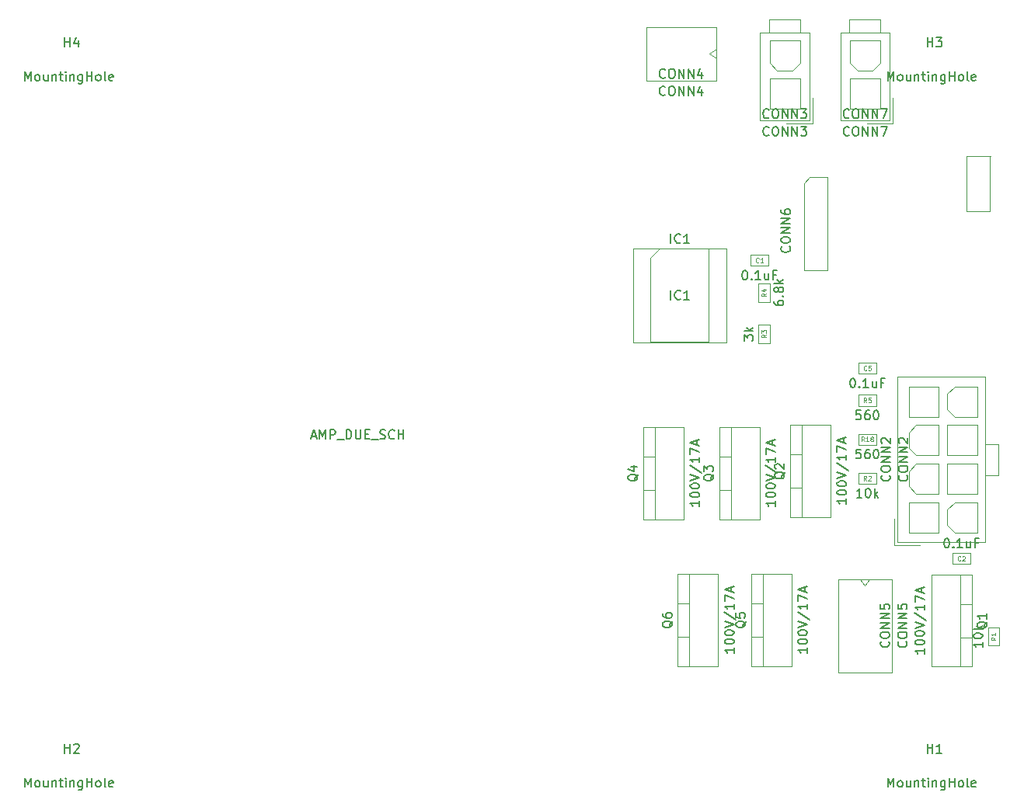
<source format=gbr>
G04 #@! TF.GenerationSoftware,KiCad,Pcbnew,(5.1.4)-1*
G04 #@! TF.CreationDate,2020-03-02T21:34:55-05:00*
G04 #@! TF.ProjectId,PCB_2020,5043425f-3230-4323-902e-6b696361645f,rev?*
G04 #@! TF.SameCoordinates,Original*
G04 #@! TF.FileFunction,Other,Fab,Top*
%FSLAX46Y46*%
G04 Gerber Fmt 4.6, Leading zero omitted, Abs format (unit mm)*
G04 Created by KiCad (PCBNEW (5.1.4)-1) date 2020-03-02 21:34:55*
%MOMM*%
%LPD*%
G04 APERTURE LIST*
%ADD10C,0.100000*%
%ADD11C,0.120000*%
%ADD12C,0.150000*%
%ADD13C,0.080000*%
G04 APERTURE END LIST*
D10*
X250000000Y-119850000D02*
X248000000Y-119850000D01*
X250000000Y-118650000D02*
X250000000Y-119850000D01*
X248000000Y-118650000D02*
X250000000Y-118650000D01*
X248000000Y-119850000D02*
X248000000Y-118650000D01*
X250000000Y-115600000D02*
X248000000Y-115600000D01*
X250000000Y-114400000D02*
X250000000Y-115600000D01*
X248000000Y-114400000D02*
X250000000Y-114400000D01*
X248000000Y-115600000D02*
X248000000Y-114400000D01*
X238350000Y-102250000D02*
X238350000Y-104250000D01*
X237150000Y-102250000D02*
X238350000Y-102250000D01*
X237150000Y-104250000D02*
X237150000Y-102250000D01*
X238350000Y-104250000D02*
X237150000Y-104250000D01*
X237150000Y-108750000D02*
X237150000Y-106750000D01*
X238350000Y-108750000D02*
X237150000Y-108750000D01*
X238350000Y-106750000D02*
X238350000Y-108750000D01*
X237150000Y-106750000D02*
X238350000Y-106750000D01*
X250000000Y-124100000D02*
X248000000Y-124100000D01*
X250000000Y-122900000D02*
X250000000Y-124100000D01*
X248000000Y-122900000D02*
X250000000Y-122900000D01*
X248000000Y-124100000D02*
X248000000Y-122900000D01*
X262150000Y-141750000D02*
X262150000Y-139750000D01*
X263350000Y-141750000D02*
X262150000Y-141750000D01*
X263350000Y-139750000D02*
X263350000Y-141750000D01*
X262150000Y-139750000D02*
X263350000Y-139750000D01*
X228350000Y-137110000D02*
X229620000Y-137110000D01*
X228350000Y-140810000D02*
X229620000Y-140810000D01*
X229620000Y-143960000D02*
X229620000Y-133960000D01*
X228350000Y-133960000D02*
X228350000Y-143960000D01*
X232750000Y-133960000D02*
X228350000Y-133960000D01*
X232750000Y-143960000D02*
X232750000Y-133960000D01*
X228350000Y-143960000D02*
X232750000Y-143960000D01*
X236350000Y-137110000D02*
X237620000Y-137110000D01*
X236350000Y-140810000D02*
X237620000Y-140810000D01*
X237620000Y-143960000D02*
X237620000Y-133960000D01*
X236350000Y-133960000D02*
X236350000Y-143960000D01*
X240750000Y-133960000D02*
X236350000Y-133960000D01*
X240750000Y-143960000D02*
X240750000Y-133960000D01*
X236350000Y-143960000D02*
X240750000Y-143960000D01*
X224600000Y-121110000D02*
X225870000Y-121110000D01*
X224600000Y-124810000D02*
X225870000Y-124810000D01*
X225870000Y-127960000D02*
X225870000Y-117960000D01*
X224600000Y-117960000D02*
X224600000Y-127960000D01*
X229000000Y-117960000D02*
X224600000Y-117960000D01*
X229000000Y-127960000D02*
X229000000Y-117960000D01*
X224600000Y-127960000D02*
X229000000Y-127960000D01*
X232850000Y-121110000D02*
X234120000Y-121110000D01*
X232850000Y-124810000D02*
X234120000Y-124810000D01*
X234120000Y-127960000D02*
X234120000Y-117960000D01*
X232850000Y-117960000D02*
X232850000Y-127960000D01*
X237250000Y-117960000D02*
X232850000Y-117960000D01*
X237250000Y-127960000D02*
X237250000Y-117960000D01*
X232850000Y-127960000D02*
X237250000Y-127960000D01*
X240600000Y-120860000D02*
X241870000Y-120860000D01*
X240600000Y-124560000D02*
X241870000Y-124560000D01*
X241870000Y-127710000D02*
X241870000Y-117710000D01*
X240600000Y-117710000D02*
X240600000Y-127710000D01*
X245000000Y-117710000D02*
X240600000Y-117710000D01*
X245000000Y-127710000D02*
X245000000Y-117710000D01*
X240600000Y-127710000D02*
X245000000Y-127710000D01*
X260400000Y-140890000D02*
X259130000Y-140890000D01*
X260400000Y-137190000D02*
X259130000Y-137190000D01*
X259130000Y-134040000D02*
X259130000Y-144040000D01*
X260400000Y-144040000D02*
X260400000Y-134040000D01*
X256000000Y-144040000D02*
X260400000Y-144040000D01*
X256000000Y-134040000D02*
X256000000Y-144040000D01*
X260400000Y-134040000D02*
X256000000Y-134040000D01*
X233640000Y-98420000D02*
X223480000Y-98420000D01*
X233640000Y-108700000D02*
X233640000Y-98420000D01*
X223480000Y-108700000D02*
X233640000Y-108700000D01*
X223480000Y-98420000D02*
X223480000Y-108700000D01*
X225385000Y-99480000D02*
X226385000Y-98480000D01*
X225385000Y-108640000D02*
X225385000Y-99480000D01*
X231735000Y-108640000D02*
X225385000Y-108640000D01*
X231735000Y-98480000D02*
X231735000Y-108640000D01*
X226385000Y-98480000D02*
X231735000Y-98480000D01*
X251800000Y-84850000D02*
X251800000Y-82000000D01*
X248950000Y-84850000D02*
X251800000Y-84850000D01*
X247100000Y-75750000D02*
X250400000Y-75750000D01*
X247100000Y-78225000D02*
X247100000Y-75750000D01*
X247925000Y-79050000D02*
X247100000Y-78225000D01*
X249575000Y-79050000D02*
X247925000Y-79050000D01*
X250400000Y-78225000D02*
X249575000Y-79050000D01*
X250400000Y-75750000D02*
X250400000Y-78225000D01*
X247100000Y-83250000D02*
X250400000Y-83250000D01*
X247100000Y-79950000D02*
X247100000Y-83250000D01*
X250400000Y-79950000D02*
X247100000Y-79950000D01*
X250400000Y-83250000D02*
X250400000Y-79950000D01*
X247050000Y-73500000D02*
X247050000Y-74900000D01*
X250450000Y-73500000D02*
X247050000Y-73500000D01*
X250450000Y-74900000D02*
X250450000Y-73500000D01*
X246050000Y-84500000D02*
X251450000Y-84500000D01*
X246050000Y-74900000D02*
X246050000Y-84500000D01*
X251450000Y-74900000D02*
X246050000Y-74900000D01*
X251450000Y-84500000D02*
X251450000Y-74900000D01*
X242715000Y-90680000D02*
X244620000Y-90680000D01*
X244620000Y-90680000D02*
X244620000Y-100840000D01*
X244620000Y-100840000D02*
X242080000Y-100840000D01*
X242080000Y-100840000D02*
X242080000Y-91315000D01*
X242080000Y-91315000D02*
X242715000Y-90680000D01*
X262370000Y-88400000D02*
X262370000Y-94390000D01*
X259830000Y-94390000D02*
X259830000Y-88400000D01*
X262370000Y-94390000D02*
X259830000Y-94390000D01*
D11*
X262430000Y-88400000D02*
X259770000Y-88400000D01*
D10*
X248750000Y-135187107D02*
X248250000Y-134480000D01*
X249250000Y-134480000D02*
X248750000Y-135187107D01*
X251670000Y-144640000D02*
X251670000Y-134480000D01*
X245870000Y-144640000D02*
X251670000Y-144640000D01*
X245870000Y-134480000D02*
X245870000Y-144640000D01*
X251670000Y-134480000D02*
X245870000Y-134480000D01*
X231812893Y-77200000D02*
X232520000Y-76700000D01*
X232520000Y-77700000D02*
X231812893Y-77200000D01*
X224900000Y-80120000D02*
X232520000Y-80120000D01*
X224900000Y-74320000D02*
X224900000Y-80120000D01*
X232520000Y-74320000D02*
X224900000Y-74320000D01*
X232520000Y-80120000D02*
X232520000Y-74320000D01*
X243050000Y-84850000D02*
X243050000Y-82000000D01*
X240200000Y-84850000D02*
X243050000Y-84850000D01*
X238350000Y-75750000D02*
X241650000Y-75750000D01*
X238350000Y-78225000D02*
X238350000Y-75750000D01*
X239175000Y-79050000D02*
X238350000Y-78225000D01*
X240825000Y-79050000D02*
X239175000Y-79050000D01*
X241650000Y-78225000D02*
X240825000Y-79050000D01*
X241650000Y-75750000D02*
X241650000Y-78225000D01*
X238350000Y-83250000D02*
X241650000Y-83250000D01*
X238350000Y-79950000D02*
X238350000Y-83250000D01*
X241650000Y-79950000D02*
X238350000Y-79950000D01*
X241650000Y-83250000D02*
X241650000Y-79950000D01*
X238300000Y-73500000D02*
X238300000Y-74900000D01*
X241700000Y-73500000D02*
X238300000Y-73500000D01*
X241700000Y-74900000D02*
X241700000Y-73500000D01*
X237300000Y-84500000D02*
X242700000Y-84500000D01*
X237300000Y-74900000D02*
X237300000Y-84500000D01*
X242700000Y-74900000D02*
X237300000Y-74900000D01*
X242700000Y-84500000D02*
X242700000Y-74900000D01*
X251900000Y-130800000D02*
X254750000Y-130800000D01*
X251900000Y-127950000D02*
X251900000Y-130800000D01*
X261000000Y-113500000D02*
X261000000Y-116800000D01*
X258525000Y-113500000D02*
X261000000Y-113500000D01*
X257700000Y-114325000D02*
X258525000Y-113500000D01*
X257700000Y-115975000D02*
X257700000Y-114325000D01*
X258525000Y-116800000D02*
X257700000Y-115975000D01*
X261000000Y-116800000D02*
X258525000Y-116800000D01*
X253500000Y-113500000D02*
X253500000Y-116800000D01*
X256800000Y-113500000D02*
X253500000Y-113500000D01*
X256800000Y-116800000D02*
X256800000Y-113500000D01*
X253500000Y-116800000D02*
X256800000Y-116800000D01*
X256800000Y-117700000D02*
X256800000Y-121000000D01*
X254325000Y-117700000D02*
X256800000Y-117700000D01*
X253500000Y-118525000D02*
X254325000Y-117700000D01*
X253500000Y-120175000D02*
X253500000Y-118525000D01*
X254325000Y-121000000D02*
X253500000Y-120175000D01*
X256800000Y-121000000D02*
X254325000Y-121000000D01*
X257700000Y-117700000D02*
X257700000Y-121000000D01*
X261000000Y-117700000D02*
X257700000Y-117700000D01*
X261000000Y-121000000D02*
X261000000Y-117700000D01*
X257700000Y-121000000D02*
X261000000Y-121000000D01*
X256800000Y-121900000D02*
X256800000Y-125200000D01*
X254325000Y-121900000D02*
X256800000Y-121900000D01*
X253500000Y-122725000D02*
X254325000Y-121900000D01*
X253500000Y-124375000D02*
X253500000Y-122725000D01*
X254325000Y-125200000D02*
X253500000Y-124375000D01*
X256800000Y-125200000D02*
X254325000Y-125200000D01*
X257700000Y-121900000D02*
X257700000Y-125200000D01*
X261000000Y-121900000D02*
X257700000Y-121900000D01*
X261000000Y-125200000D02*
X261000000Y-121900000D01*
X257700000Y-125200000D02*
X261000000Y-125200000D01*
X261000000Y-126100000D02*
X261000000Y-129400000D01*
X258525000Y-126100000D02*
X261000000Y-126100000D01*
X257700000Y-126925000D02*
X258525000Y-126100000D01*
X257700000Y-128575000D02*
X257700000Y-126925000D01*
X258525000Y-129400000D02*
X257700000Y-128575000D01*
X261000000Y-129400000D02*
X258525000Y-129400000D01*
X253500000Y-126100000D02*
X253500000Y-129400000D01*
X256800000Y-126100000D02*
X253500000Y-126100000D01*
X256800000Y-129400000D02*
X256800000Y-126100000D01*
X253500000Y-129400000D02*
X256800000Y-129400000D01*
X263250000Y-119750000D02*
X261850000Y-119750000D01*
X263250000Y-123150000D02*
X263250000Y-119750000D01*
X261850000Y-123150000D02*
X263250000Y-123150000D01*
X252250000Y-112450000D02*
X252250000Y-130450000D01*
X261850000Y-112450000D02*
X252250000Y-112450000D01*
X261850000Y-130450000D02*
X261850000Y-112450000D01*
X252250000Y-130450000D02*
X261850000Y-130450000D01*
X250000000Y-112100000D02*
X248000000Y-112100000D01*
X250000000Y-110900000D02*
X250000000Y-112100000D01*
X248000000Y-110900000D02*
X250000000Y-110900000D01*
X248000000Y-112100000D02*
X248000000Y-110900000D01*
X258250000Y-131650000D02*
X260250000Y-131650000D01*
X258250000Y-132850000D02*
X258250000Y-131650000D01*
X260250000Y-132850000D02*
X258250000Y-132850000D01*
X260250000Y-131650000D02*
X260250000Y-132850000D01*
X238250000Y-100350000D02*
X236250000Y-100350000D01*
X238250000Y-99150000D02*
X238250000Y-100350000D01*
X236250000Y-99150000D02*
X238250000Y-99150000D01*
X236250000Y-100350000D02*
X236250000Y-99150000D01*
D12*
X188412380Y-118926666D02*
X188888571Y-118926666D01*
X188317142Y-119212380D02*
X188650476Y-118212380D01*
X188983809Y-119212380D01*
X189317142Y-119212380D02*
X189317142Y-118212380D01*
X189650476Y-118926666D01*
X189983809Y-118212380D01*
X189983809Y-119212380D01*
X190460000Y-119212380D02*
X190460000Y-118212380D01*
X190840952Y-118212380D01*
X190936190Y-118260000D01*
X190983809Y-118307619D01*
X191031428Y-118402857D01*
X191031428Y-118545714D01*
X190983809Y-118640952D01*
X190936190Y-118688571D01*
X190840952Y-118736190D01*
X190460000Y-118736190D01*
X191221904Y-119307619D02*
X191983809Y-119307619D01*
X192221904Y-119212380D02*
X192221904Y-118212380D01*
X192460000Y-118212380D01*
X192602857Y-118260000D01*
X192698095Y-118355238D01*
X192745714Y-118450476D01*
X192793333Y-118640952D01*
X192793333Y-118783809D01*
X192745714Y-118974285D01*
X192698095Y-119069523D01*
X192602857Y-119164761D01*
X192460000Y-119212380D01*
X192221904Y-119212380D01*
X193221904Y-118212380D02*
X193221904Y-119021904D01*
X193269523Y-119117142D01*
X193317142Y-119164761D01*
X193412380Y-119212380D01*
X193602857Y-119212380D01*
X193698095Y-119164761D01*
X193745714Y-119117142D01*
X193793333Y-119021904D01*
X193793333Y-118212380D01*
X194269523Y-118688571D02*
X194602857Y-118688571D01*
X194745714Y-119212380D02*
X194269523Y-119212380D01*
X194269523Y-118212380D01*
X194745714Y-118212380D01*
X194936190Y-119307619D02*
X195698095Y-119307619D01*
X195888571Y-119164761D02*
X196031428Y-119212380D01*
X196269523Y-119212380D01*
X196364761Y-119164761D01*
X196412380Y-119117142D01*
X196460000Y-119021904D01*
X196460000Y-118926666D01*
X196412380Y-118831428D01*
X196364761Y-118783809D01*
X196269523Y-118736190D01*
X196079047Y-118688571D01*
X195983809Y-118640952D01*
X195936190Y-118593333D01*
X195888571Y-118498095D01*
X195888571Y-118402857D01*
X195936190Y-118307619D01*
X195983809Y-118260000D01*
X196079047Y-118212380D01*
X196317142Y-118212380D01*
X196460000Y-118260000D01*
X197460000Y-119117142D02*
X197412380Y-119164761D01*
X197269523Y-119212380D01*
X197174285Y-119212380D01*
X197031428Y-119164761D01*
X196936190Y-119069523D01*
X196888571Y-118974285D01*
X196840952Y-118783809D01*
X196840952Y-118640952D01*
X196888571Y-118450476D01*
X196936190Y-118355238D01*
X197031428Y-118260000D01*
X197174285Y-118212380D01*
X197269523Y-118212380D01*
X197412380Y-118260000D01*
X197460000Y-118307619D01*
X197888571Y-119212380D02*
X197888571Y-118212380D01*
X197888571Y-118688571D02*
X198460000Y-118688571D01*
X198460000Y-119212380D02*
X198460000Y-118212380D01*
X248285714Y-120352380D02*
X247809523Y-120352380D01*
X247761904Y-120828571D01*
X247809523Y-120780952D01*
X247904761Y-120733333D01*
X248142857Y-120733333D01*
X248238095Y-120780952D01*
X248285714Y-120828571D01*
X248333333Y-120923809D01*
X248333333Y-121161904D01*
X248285714Y-121257142D01*
X248238095Y-121304761D01*
X248142857Y-121352380D01*
X247904761Y-121352380D01*
X247809523Y-121304761D01*
X247761904Y-121257142D01*
X249190476Y-120352380D02*
X249000000Y-120352380D01*
X248904761Y-120400000D01*
X248857142Y-120447619D01*
X248761904Y-120590476D01*
X248714285Y-120780952D01*
X248714285Y-121161904D01*
X248761904Y-121257142D01*
X248809523Y-121304761D01*
X248904761Y-121352380D01*
X249095238Y-121352380D01*
X249190476Y-121304761D01*
X249238095Y-121257142D01*
X249285714Y-121161904D01*
X249285714Y-120923809D01*
X249238095Y-120828571D01*
X249190476Y-120780952D01*
X249095238Y-120733333D01*
X248904761Y-120733333D01*
X248809523Y-120780952D01*
X248761904Y-120828571D01*
X248714285Y-120923809D01*
X249904761Y-120352380D02*
X250000000Y-120352380D01*
X250095238Y-120400000D01*
X250142857Y-120447619D01*
X250190476Y-120542857D01*
X250238095Y-120733333D01*
X250238095Y-120971428D01*
X250190476Y-121161904D01*
X250142857Y-121257142D01*
X250095238Y-121304761D01*
X250000000Y-121352380D01*
X249904761Y-121352380D01*
X249809523Y-121304761D01*
X249761904Y-121257142D01*
X249714285Y-121161904D01*
X249666666Y-120971428D01*
X249666666Y-120733333D01*
X249714285Y-120542857D01*
X249761904Y-120447619D01*
X249809523Y-120400000D01*
X249904761Y-120352380D01*
D13*
X248678571Y-119476190D02*
X248511904Y-119238095D01*
X248392857Y-119476190D02*
X248392857Y-118976190D01*
X248583333Y-118976190D01*
X248630952Y-119000000D01*
X248654761Y-119023809D01*
X248678571Y-119071428D01*
X248678571Y-119142857D01*
X248654761Y-119190476D01*
X248630952Y-119214285D01*
X248583333Y-119238095D01*
X248392857Y-119238095D01*
X249154761Y-119476190D02*
X248869047Y-119476190D01*
X249011904Y-119476190D02*
X249011904Y-118976190D01*
X248964285Y-119047619D01*
X248916666Y-119095238D01*
X248869047Y-119119047D01*
X249440476Y-119190476D02*
X249392857Y-119166666D01*
X249369047Y-119142857D01*
X249345238Y-119095238D01*
X249345238Y-119071428D01*
X249369047Y-119023809D01*
X249392857Y-119000000D01*
X249440476Y-118976190D01*
X249535714Y-118976190D01*
X249583333Y-119000000D01*
X249607142Y-119023809D01*
X249630952Y-119071428D01*
X249630952Y-119095238D01*
X249607142Y-119142857D01*
X249583333Y-119166666D01*
X249535714Y-119190476D01*
X249440476Y-119190476D01*
X249392857Y-119214285D01*
X249369047Y-119238095D01*
X249345238Y-119285714D01*
X249345238Y-119380952D01*
X249369047Y-119428571D01*
X249392857Y-119452380D01*
X249440476Y-119476190D01*
X249535714Y-119476190D01*
X249583333Y-119452380D01*
X249607142Y-119428571D01*
X249630952Y-119380952D01*
X249630952Y-119285714D01*
X249607142Y-119238095D01*
X249583333Y-119214285D01*
X249535714Y-119190476D01*
D12*
X248285714Y-116102380D02*
X247809523Y-116102380D01*
X247761904Y-116578571D01*
X247809523Y-116530952D01*
X247904761Y-116483333D01*
X248142857Y-116483333D01*
X248238095Y-116530952D01*
X248285714Y-116578571D01*
X248333333Y-116673809D01*
X248333333Y-116911904D01*
X248285714Y-117007142D01*
X248238095Y-117054761D01*
X248142857Y-117102380D01*
X247904761Y-117102380D01*
X247809523Y-117054761D01*
X247761904Y-117007142D01*
X249190476Y-116102380D02*
X249000000Y-116102380D01*
X248904761Y-116150000D01*
X248857142Y-116197619D01*
X248761904Y-116340476D01*
X248714285Y-116530952D01*
X248714285Y-116911904D01*
X248761904Y-117007142D01*
X248809523Y-117054761D01*
X248904761Y-117102380D01*
X249095238Y-117102380D01*
X249190476Y-117054761D01*
X249238095Y-117007142D01*
X249285714Y-116911904D01*
X249285714Y-116673809D01*
X249238095Y-116578571D01*
X249190476Y-116530952D01*
X249095238Y-116483333D01*
X248904761Y-116483333D01*
X248809523Y-116530952D01*
X248761904Y-116578571D01*
X248714285Y-116673809D01*
X249904761Y-116102380D02*
X250000000Y-116102380D01*
X250095238Y-116150000D01*
X250142857Y-116197619D01*
X250190476Y-116292857D01*
X250238095Y-116483333D01*
X250238095Y-116721428D01*
X250190476Y-116911904D01*
X250142857Y-117007142D01*
X250095238Y-117054761D01*
X250000000Y-117102380D01*
X249904761Y-117102380D01*
X249809523Y-117054761D01*
X249761904Y-117007142D01*
X249714285Y-116911904D01*
X249666666Y-116721428D01*
X249666666Y-116483333D01*
X249714285Y-116292857D01*
X249761904Y-116197619D01*
X249809523Y-116150000D01*
X249904761Y-116102380D01*
D13*
X248916666Y-115226190D02*
X248750000Y-114988095D01*
X248630952Y-115226190D02*
X248630952Y-114726190D01*
X248821428Y-114726190D01*
X248869047Y-114750000D01*
X248892857Y-114773809D01*
X248916666Y-114821428D01*
X248916666Y-114892857D01*
X248892857Y-114940476D01*
X248869047Y-114964285D01*
X248821428Y-114988095D01*
X248630952Y-114988095D01*
X249369047Y-114726190D02*
X249130952Y-114726190D01*
X249107142Y-114964285D01*
X249130952Y-114940476D01*
X249178571Y-114916666D01*
X249297619Y-114916666D01*
X249345238Y-114940476D01*
X249369047Y-114964285D01*
X249392857Y-115011904D01*
X249392857Y-115130952D01*
X249369047Y-115178571D01*
X249345238Y-115202380D01*
X249297619Y-115226190D01*
X249178571Y-115226190D01*
X249130952Y-115202380D01*
X249107142Y-115178571D01*
D12*
X238852380Y-104178571D02*
X238852380Y-104369047D01*
X238900000Y-104464285D01*
X238947619Y-104511904D01*
X239090476Y-104607142D01*
X239280952Y-104654761D01*
X239661904Y-104654761D01*
X239757142Y-104607142D01*
X239804761Y-104559523D01*
X239852380Y-104464285D01*
X239852380Y-104273809D01*
X239804761Y-104178571D01*
X239757142Y-104130952D01*
X239661904Y-104083333D01*
X239423809Y-104083333D01*
X239328571Y-104130952D01*
X239280952Y-104178571D01*
X239233333Y-104273809D01*
X239233333Y-104464285D01*
X239280952Y-104559523D01*
X239328571Y-104607142D01*
X239423809Y-104654761D01*
X239757142Y-103654761D02*
X239804761Y-103607142D01*
X239852380Y-103654761D01*
X239804761Y-103702380D01*
X239757142Y-103654761D01*
X239852380Y-103654761D01*
X239280952Y-103035714D02*
X239233333Y-103130952D01*
X239185714Y-103178571D01*
X239090476Y-103226190D01*
X239042857Y-103226190D01*
X238947619Y-103178571D01*
X238900000Y-103130952D01*
X238852380Y-103035714D01*
X238852380Y-102845238D01*
X238900000Y-102750000D01*
X238947619Y-102702380D01*
X239042857Y-102654761D01*
X239090476Y-102654761D01*
X239185714Y-102702380D01*
X239233333Y-102750000D01*
X239280952Y-102845238D01*
X239280952Y-103035714D01*
X239328571Y-103130952D01*
X239376190Y-103178571D01*
X239471428Y-103226190D01*
X239661904Y-103226190D01*
X239757142Y-103178571D01*
X239804761Y-103130952D01*
X239852380Y-103035714D01*
X239852380Y-102845238D01*
X239804761Y-102750000D01*
X239757142Y-102702380D01*
X239661904Y-102654761D01*
X239471428Y-102654761D01*
X239376190Y-102702380D01*
X239328571Y-102750000D01*
X239280952Y-102845238D01*
X239852380Y-102226190D02*
X238852380Y-102226190D01*
X239471428Y-102130952D02*
X239852380Y-101845238D01*
X239185714Y-101845238D02*
X239566666Y-102226190D01*
D13*
X237976190Y-103333333D02*
X237738095Y-103500000D01*
X237976190Y-103619047D02*
X237476190Y-103619047D01*
X237476190Y-103428571D01*
X237500000Y-103380952D01*
X237523809Y-103357142D01*
X237571428Y-103333333D01*
X237642857Y-103333333D01*
X237690476Y-103357142D01*
X237714285Y-103380952D01*
X237738095Y-103428571D01*
X237738095Y-103619047D01*
X237642857Y-102904761D02*
X237976190Y-102904761D01*
X237452380Y-103023809D02*
X237809523Y-103142857D01*
X237809523Y-102833333D01*
D12*
X235552380Y-108488095D02*
X235552380Y-107869047D01*
X235933333Y-108202380D01*
X235933333Y-108059523D01*
X235980952Y-107964285D01*
X236028571Y-107916666D01*
X236123809Y-107869047D01*
X236361904Y-107869047D01*
X236457142Y-107916666D01*
X236504761Y-107964285D01*
X236552380Y-108059523D01*
X236552380Y-108345238D01*
X236504761Y-108440476D01*
X236457142Y-108488095D01*
X236552380Y-107440476D02*
X235552380Y-107440476D01*
X236171428Y-107345238D02*
X236552380Y-107059523D01*
X235885714Y-107059523D02*
X236266666Y-107440476D01*
D13*
X237976190Y-107833333D02*
X237738095Y-108000000D01*
X237976190Y-108119047D02*
X237476190Y-108119047D01*
X237476190Y-107928571D01*
X237500000Y-107880952D01*
X237523809Y-107857142D01*
X237571428Y-107833333D01*
X237642857Y-107833333D01*
X237690476Y-107857142D01*
X237714285Y-107880952D01*
X237738095Y-107928571D01*
X237738095Y-108119047D01*
X237476190Y-107666666D02*
X237476190Y-107357142D01*
X237666666Y-107523809D01*
X237666666Y-107452380D01*
X237690476Y-107404761D01*
X237714285Y-107380952D01*
X237761904Y-107357142D01*
X237880952Y-107357142D01*
X237928571Y-107380952D01*
X237952380Y-107404761D01*
X237976190Y-107452380D01*
X237976190Y-107595238D01*
X237952380Y-107642857D01*
X237928571Y-107666666D01*
D12*
X248404761Y-125602380D02*
X247833333Y-125602380D01*
X248119047Y-125602380D02*
X248119047Y-124602380D01*
X248023809Y-124745238D01*
X247928571Y-124840476D01*
X247833333Y-124888095D01*
X249023809Y-124602380D02*
X249119047Y-124602380D01*
X249214285Y-124650000D01*
X249261904Y-124697619D01*
X249309523Y-124792857D01*
X249357142Y-124983333D01*
X249357142Y-125221428D01*
X249309523Y-125411904D01*
X249261904Y-125507142D01*
X249214285Y-125554761D01*
X249119047Y-125602380D01*
X249023809Y-125602380D01*
X248928571Y-125554761D01*
X248880952Y-125507142D01*
X248833333Y-125411904D01*
X248785714Y-125221428D01*
X248785714Y-124983333D01*
X248833333Y-124792857D01*
X248880952Y-124697619D01*
X248928571Y-124650000D01*
X249023809Y-124602380D01*
X249785714Y-125602380D02*
X249785714Y-124602380D01*
X249880952Y-125221428D02*
X250166666Y-125602380D01*
X250166666Y-124935714D02*
X249785714Y-125316666D01*
D13*
X248916666Y-123726190D02*
X248750000Y-123488095D01*
X248630952Y-123726190D02*
X248630952Y-123226190D01*
X248821428Y-123226190D01*
X248869047Y-123250000D01*
X248892857Y-123273809D01*
X248916666Y-123321428D01*
X248916666Y-123392857D01*
X248892857Y-123440476D01*
X248869047Y-123464285D01*
X248821428Y-123488095D01*
X248630952Y-123488095D01*
X249107142Y-123273809D02*
X249130952Y-123250000D01*
X249178571Y-123226190D01*
X249297619Y-123226190D01*
X249345238Y-123250000D01*
X249369047Y-123273809D01*
X249392857Y-123321428D01*
X249392857Y-123369047D01*
X249369047Y-123440476D01*
X249083333Y-123726190D01*
X249392857Y-123726190D01*
D12*
X261552380Y-141345238D02*
X261552380Y-141916666D01*
X261552380Y-141630952D02*
X260552380Y-141630952D01*
X260695238Y-141726190D01*
X260790476Y-141821428D01*
X260838095Y-141916666D01*
X260552380Y-140726190D02*
X260552380Y-140630952D01*
X260600000Y-140535714D01*
X260647619Y-140488095D01*
X260742857Y-140440476D01*
X260933333Y-140392857D01*
X261171428Y-140392857D01*
X261361904Y-140440476D01*
X261457142Y-140488095D01*
X261504761Y-140535714D01*
X261552380Y-140630952D01*
X261552380Y-140726190D01*
X261504761Y-140821428D01*
X261457142Y-140869047D01*
X261361904Y-140916666D01*
X261171428Y-140964285D01*
X260933333Y-140964285D01*
X260742857Y-140916666D01*
X260647619Y-140869047D01*
X260600000Y-140821428D01*
X260552380Y-140726190D01*
X261552380Y-139964285D02*
X260552380Y-139964285D01*
X261171428Y-139869047D02*
X261552380Y-139583333D01*
X260885714Y-139583333D02*
X261266666Y-139964285D01*
D13*
X262976190Y-140833333D02*
X262738095Y-141000000D01*
X262976190Y-141119047D02*
X262476190Y-141119047D01*
X262476190Y-140928571D01*
X262500000Y-140880952D01*
X262523809Y-140857142D01*
X262571428Y-140833333D01*
X262642857Y-140833333D01*
X262690476Y-140857142D01*
X262714285Y-140880952D01*
X262738095Y-140928571D01*
X262738095Y-141119047D01*
X262976190Y-140357142D02*
X262976190Y-140642857D01*
X262976190Y-140500000D02*
X262476190Y-140500000D01*
X262547619Y-140547619D01*
X262595238Y-140595238D01*
X262619047Y-140642857D01*
D12*
X234452380Y-141960000D02*
X234452380Y-142531428D01*
X234452380Y-142245714D02*
X233452380Y-142245714D01*
X233595238Y-142340952D01*
X233690476Y-142436190D01*
X233738095Y-142531428D01*
X233452380Y-141340952D02*
X233452380Y-141245714D01*
X233500000Y-141150476D01*
X233547619Y-141102857D01*
X233642857Y-141055238D01*
X233833333Y-141007619D01*
X234071428Y-141007619D01*
X234261904Y-141055238D01*
X234357142Y-141102857D01*
X234404761Y-141150476D01*
X234452380Y-141245714D01*
X234452380Y-141340952D01*
X234404761Y-141436190D01*
X234357142Y-141483809D01*
X234261904Y-141531428D01*
X234071428Y-141579047D01*
X233833333Y-141579047D01*
X233642857Y-141531428D01*
X233547619Y-141483809D01*
X233500000Y-141436190D01*
X233452380Y-141340952D01*
X233452380Y-140388571D02*
X233452380Y-140293333D01*
X233500000Y-140198095D01*
X233547619Y-140150476D01*
X233642857Y-140102857D01*
X233833333Y-140055238D01*
X234071428Y-140055238D01*
X234261904Y-140102857D01*
X234357142Y-140150476D01*
X234404761Y-140198095D01*
X234452380Y-140293333D01*
X234452380Y-140388571D01*
X234404761Y-140483809D01*
X234357142Y-140531428D01*
X234261904Y-140579047D01*
X234071428Y-140626666D01*
X233833333Y-140626666D01*
X233642857Y-140579047D01*
X233547619Y-140531428D01*
X233500000Y-140483809D01*
X233452380Y-140388571D01*
X233452380Y-139769523D02*
X234452380Y-139436190D01*
X233452380Y-139102857D01*
X233404761Y-138055238D02*
X234690476Y-138912380D01*
X234452380Y-137198095D02*
X234452380Y-137769523D01*
X234452380Y-137483809D02*
X233452380Y-137483809D01*
X233595238Y-137579047D01*
X233690476Y-137674285D01*
X233738095Y-137769523D01*
X233452380Y-136864761D02*
X233452380Y-136198095D01*
X234452380Y-136626666D01*
X234166666Y-135864761D02*
X234166666Y-135388571D01*
X234452380Y-135960000D02*
X233452380Y-135626666D01*
X234452380Y-135293333D01*
X227777619Y-139055238D02*
X227730000Y-139150476D01*
X227634761Y-139245714D01*
X227491904Y-139388571D01*
X227444285Y-139483809D01*
X227444285Y-139579047D01*
X227682380Y-139531428D02*
X227634761Y-139626666D01*
X227539523Y-139721904D01*
X227349047Y-139769523D01*
X227015714Y-139769523D01*
X226825238Y-139721904D01*
X226730000Y-139626666D01*
X226682380Y-139531428D01*
X226682380Y-139340952D01*
X226730000Y-139245714D01*
X226825238Y-139150476D01*
X227015714Y-139102857D01*
X227349047Y-139102857D01*
X227539523Y-139150476D01*
X227634761Y-139245714D01*
X227682380Y-139340952D01*
X227682380Y-139531428D01*
X226682380Y-138245714D02*
X226682380Y-138436190D01*
X226730000Y-138531428D01*
X226777619Y-138579047D01*
X226920476Y-138674285D01*
X227110952Y-138721904D01*
X227491904Y-138721904D01*
X227587142Y-138674285D01*
X227634761Y-138626666D01*
X227682380Y-138531428D01*
X227682380Y-138340952D01*
X227634761Y-138245714D01*
X227587142Y-138198095D01*
X227491904Y-138150476D01*
X227253809Y-138150476D01*
X227158571Y-138198095D01*
X227110952Y-138245714D01*
X227063333Y-138340952D01*
X227063333Y-138531428D01*
X227110952Y-138626666D01*
X227158571Y-138674285D01*
X227253809Y-138721904D01*
X242452380Y-141960000D02*
X242452380Y-142531428D01*
X242452380Y-142245714D02*
X241452380Y-142245714D01*
X241595238Y-142340952D01*
X241690476Y-142436190D01*
X241738095Y-142531428D01*
X241452380Y-141340952D02*
X241452380Y-141245714D01*
X241500000Y-141150476D01*
X241547619Y-141102857D01*
X241642857Y-141055238D01*
X241833333Y-141007619D01*
X242071428Y-141007619D01*
X242261904Y-141055238D01*
X242357142Y-141102857D01*
X242404761Y-141150476D01*
X242452380Y-141245714D01*
X242452380Y-141340952D01*
X242404761Y-141436190D01*
X242357142Y-141483809D01*
X242261904Y-141531428D01*
X242071428Y-141579047D01*
X241833333Y-141579047D01*
X241642857Y-141531428D01*
X241547619Y-141483809D01*
X241500000Y-141436190D01*
X241452380Y-141340952D01*
X241452380Y-140388571D02*
X241452380Y-140293333D01*
X241500000Y-140198095D01*
X241547619Y-140150476D01*
X241642857Y-140102857D01*
X241833333Y-140055238D01*
X242071428Y-140055238D01*
X242261904Y-140102857D01*
X242357142Y-140150476D01*
X242404761Y-140198095D01*
X242452380Y-140293333D01*
X242452380Y-140388571D01*
X242404761Y-140483809D01*
X242357142Y-140531428D01*
X242261904Y-140579047D01*
X242071428Y-140626666D01*
X241833333Y-140626666D01*
X241642857Y-140579047D01*
X241547619Y-140531428D01*
X241500000Y-140483809D01*
X241452380Y-140388571D01*
X241452380Y-139769523D02*
X242452380Y-139436190D01*
X241452380Y-139102857D01*
X241404761Y-138055238D02*
X242690476Y-138912380D01*
X242452380Y-137198095D02*
X242452380Y-137769523D01*
X242452380Y-137483809D02*
X241452380Y-137483809D01*
X241595238Y-137579047D01*
X241690476Y-137674285D01*
X241738095Y-137769523D01*
X241452380Y-136864761D02*
X241452380Y-136198095D01*
X242452380Y-136626666D01*
X242166666Y-135864761D02*
X242166666Y-135388571D01*
X242452380Y-135960000D02*
X241452380Y-135626666D01*
X242452380Y-135293333D01*
X235777619Y-139055238D02*
X235730000Y-139150476D01*
X235634761Y-139245714D01*
X235491904Y-139388571D01*
X235444285Y-139483809D01*
X235444285Y-139579047D01*
X235682380Y-139531428D02*
X235634761Y-139626666D01*
X235539523Y-139721904D01*
X235349047Y-139769523D01*
X235015714Y-139769523D01*
X234825238Y-139721904D01*
X234730000Y-139626666D01*
X234682380Y-139531428D01*
X234682380Y-139340952D01*
X234730000Y-139245714D01*
X234825238Y-139150476D01*
X235015714Y-139102857D01*
X235349047Y-139102857D01*
X235539523Y-139150476D01*
X235634761Y-139245714D01*
X235682380Y-139340952D01*
X235682380Y-139531428D01*
X234682380Y-138198095D02*
X234682380Y-138674285D01*
X235158571Y-138721904D01*
X235110952Y-138674285D01*
X235063333Y-138579047D01*
X235063333Y-138340952D01*
X235110952Y-138245714D01*
X235158571Y-138198095D01*
X235253809Y-138150476D01*
X235491904Y-138150476D01*
X235587142Y-138198095D01*
X235634761Y-138245714D01*
X235682380Y-138340952D01*
X235682380Y-138579047D01*
X235634761Y-138674285D01*
X235587142Y-138721904D01*
X230702380Y-125960000D02*
X230702380Y-126531428D01*
X230702380Y-126245714D02*
X229702380Y-126245714D01*
X229845238Y-126340952D01*
X229940476Y-126436190D01*
X229988095Y-126531428D01*
X229702380Y-125340952D02*
X229702380Y-125245714D01*
X229750000Y-125150476D01*
X229797619Y-125102857D01*
X229892857Y-125055238D01*
X230083333Y-125007619D01*
X230321428Y-125007619D01*
X230511904Y-125055238D01*
X230607142Y-125102857D01*
X230654761Y-125150476D01*
X230702380Y-125245714D01*
X230702380Y-125340952D01*
X230654761Y-125436190D01*
X230607142Y-125483809D01*
X230511904Y-125531428D01*
X230321428Y-125579047D01*
X230083333Y-125579047D01*
X229892857Y-125531428D01*
X229797619Y-125483809D01*
X229750000Y-125436190D01*
X229702380Y-125340952D01*
X229702380Y-124388571D02*
X229702380Y-124293333D01*
X229750000Y-124198095D01*
X229797619Y-124150476D01*
X229892857Y-124102857D01*
X230083333Y-124055238D01*
X230321428Y-124055238D01*
X230511904Y-124102857D01*
X230607142Y-124150476D01*
X230654761Y-124198095D01*
X230702380Y-124293333D01*
X230702380Y-124388571D01*
X230654761Y-124483809D01*
X230607142Y-124531428D01*
X230511904Y-124579047D01*
X230321428Y-124626666D01*
X230083333Y-124626666D01*
X229892857Y-124579047D01*
X229797619Y-124531428D01*
X229750000Y-124483809D01*
X229702380Y-124388571D01*
X229702380Y-123769523D02*
X230702380Y-123436190D01*
X229702380Y-123102857D01*
X229654761Y-122055238D02*
X230940476Y-122912380D01*
X230702380Y-121198095D02*
X230702380Y-121769523D01*
X230702380Y-121483809D02*
X229702380Y-121483809D01*
X229845238Y-121579047D01*
X229940476Y-121674285D01*
X229988095Y-121769523D01*
X229702380Y-120864761D02*
X229702380Y-120198095D01*
X230702380Y-120626666D01*
X230416666Y-119864761D02*
X230416666Y-119388571D01*
X230702380Y-119960000D02*
X229702380Y-119626666D01*
X230702380Y-119293333D01*
X224027619Y-123055238D02*
X223980000Y-123150476D01*
X223884761Y-123245714D01*
X223741904Y-123388571D01*
X223694285Y-123483809D01*
X223694285Y-123579047D01*
X223932380Y-123531428D02*
X223884761Y-123626666D01*
X223789523Y-123721904D01*
X223599047Y-123769523D01*
X223265714Y-123769523D01*
X223075238Y-123721904D01*
X222980000Y-123626666D01*
X222932380Y-123531428D01*
X222932380Y-123340952D01*
X222980000Y-123245714D01*
X223075238Y-123150476D01*
X223265714Y-123102857D01*
X223599047Y-123102857D01*
X223789523Y-123150476D01*
X223884761Y-123245714D01*
X223932380Y-123340952D01*
X223932380Y-123531428D01*
X223265714Y-122245714D02*
X223932380Y-122245714D01*
X222884761Y-122483809D02*
X223599047Y-122721904D01*
X223599047Y-122102857D01*
X238952380Y-125960000D02*
X238952380Y-126531428D01*
X238952380Y-126245714D02*
X237952380Y-126245714D01*
X238095238Y-126340952D01*
X238190476Y-126436190D01*
X238238095Y-126531428D01*
X237952380Y-125340952D02*
X237952380Y-125245714D01*
X238000000Y-125150476D01*
X238047619Y-125102857D01*
X238142857Y-125055238D01*
X238333333Y-125007619D01*
X238571428Y-125007619D01*
X238761904Y-125055238D01*
X238857142Y-125102857D01*
X238904761Y-125150476D01*
X238952380Y-125245714D01*
X238952380Y-125340952D01*
X238904761Y-125436190D01*
X238857142Y-125483809D01*
X238761904Y-125531428D01*
X238571428Y-125579047D01*
X238333333Y-125579047D01*
X238142857Y-125531428D01*
X238047619Y-125483809D01*
X238000000Y-125436190D01*
X237952380Y-125340952D01*
X237952380Y-124388571D02*
X237952380Y-124293333D01*
X238000000Y-124198095D01*
X238047619Y-124150476D01*
X238142857Y-124102857D01*
X238333333Y-124055238D01*
X238571428Y-124055238D01*
X238761904Y-124102857D01*
X238857142Y-124150476D01*
X238904761Y-124198095D01*
X238952380Y-124293333D01*
X238952380Y-124388571D01*
X238904761Y-124483809D01*
X238857142Y-124531428D01*
X238761904Y-124579047D01*
X238571428Y-124626666D01*
X238333333Y-124626666D01*
X238142857Y-124579047D01*
X238047619Y-124531428D01*
X238000000Y-124483809D01*
X237952380Y-124388571D01*
X237952380Y-123769523D02*
X238952380Y-123436190D01*
X237952380Y-123102857D01*
X237904761Y-122055238D02*
X239190476Y-122912380D01*
X238952380Y-121198095D02*
X238952380Y-121769523D01*
X238952380Y-121483809D02*
X237952380Y-121483809D01*
X238095238Y-121579047D01*
X238190476Y-121674285D01*
X238238095Y-121769523D01*
X237952380Y-120864761D02*
X237952380Y-120198095D01*
X238952380Y-120626666D01*
X238666666Y-119864761D02*
X238666666Y-119388571D01*
X238952380Y-119960000D02*
X237952380Y-119626666D01*
X238952380Y-119293333D01*
X232277619Y-123055238D02*
X232230000Y-123150476D01*
X232134761Y-123245714D01*
X231991904Y-123388571D01*
X231944285Y-123483809D01*
X231944285Y-123579047D01*
X232182380Y-123531428D02*
X232134761Y-123626666D01*
X232039523Y-123721904D01*
X231849047Y-123769523D01*
X231515714Y-123769523D01*
X231325238Y-123721904D01*
X231230000Y-123626666D01*
X231182380Y-123531428D01*
X231182380Y-123340952D01*
X231230000Y-123245714D01*
X231325238Y-123150476D01*
X231515714Y-123102857D01*
X231849047Y-123102857D01*
X232039523Y-123150476D01*
X232134761Y-123245714D01*
X232182380Y-123340952D01*
X232182380Y-123531428D01*
X231182380Y-122769523D02*
X231182380Y-122150476D01*
X231563333Y-122483809D01*
X231563333Y-122340952D01*
X231610952Y-122245714D01*
X231658571Y-122198095D01*
X231753809Y-122150476D01*
X231991904Y-122150476D01*
X232087142Y-122198095D01*
X232134761Y-122245714D01*
X232182380Y-122340952D01*
X232182380Y-122626666D01*
X232134761Y-122721904D01*
X232087142Y-122769523D01*
X246702380Y-125710000D02*
X246702380Y-126281428D01*
X246702380Y-125995714D02*
X245702380Y-125995714D01*
X245845238Y-126090952D01*
X245940476Y-126186190D01*
X245988095Y-126281428D01*
X245702380Y-125090952D02*
X245702380Y-124995714D01*
X245750000Y-124900476D01*
X245797619Y-124852857D01*
X245892857Y-124805238D01*
X246083333Y-124757619D01*
X246321428Y-124757619D01*
X246511904Y-124805238D01*
X246607142Y-124852857D01*
X246654761Y-124900476D01*
X246702380Y-124995714D01*
X246702380Y-125090952D01*
X246654761Y-125186190D01*
X246607142Y-125233809D01*
X246511904Y-125281428D01*
X246321428Y-125329047D01*
X246083333Y-125329047D01*
X245892857Y-125281428D01*
X245797619Y-125233809D01*
X245750000Y-125186190D01*
X245702380Y-125090952D01*
X245702380Y-124138571D02*
X245702380Y-124043333D01*
X245750000Y-123948095D01*
X245797619Y-123900476D01*
X245892857Y-123852857D01*
X246083333Y-123805238D01*
X246321428Y-123805238D01*
X246511904Y-123852857D01*
X246607142Y-123900476D01*
X246654761Y-123948095D01*
X246702380Y-124043333D01*
X246702380Y-124138571D01*
X246654761Y-124233809D01*
X246607142Y-124281428D01*
X246511904Y-124329047D01*
X246321428Y-124376666D01*
X246083333Y-124376666D01*
X245892857Y-124329047D01*
X245797619Y-124281428D01*
X245750000Y-124233809D01*
X245702380Y-124138571D01*
X245702380Y-123519523D02*
X246702380Y-123186190D01*
X245702380Y-122852857D01*
X245654761Y-121805238D02*
X246940476Y-122662380D01*
X246702380Y-120948095D02*
X246702380Y-121519523D01*
X246702380Y-121233809D02*
X245702380Y-121233809D01*
X245845238Y-121329047D01*
X245940476Y-121424285D01*
X245988095Y-121519523D01*
X245702380Y-120614761D02*
X245702380Y-119948095D01*
X246702380Y-120376666D01*
X246416666Y-119614761D02*
X246416666Y-119138571D01*
X246702380Y-119710000D02*
X245702380Y-119376666D01*
X246702380Y-119043333D01*
X240027619Y-122805238D02*
X239980000Y-122900476D01*
X239884761Y-122995714D01*
X239741904Y-123138571D01*
X239694285Y-123233809D01*
X239694285Y-123329047D01*
X239932380Y-123281428D02*
X239884761Y-123376666D01*
X239789523Y-123471904D01*
X239599047Y-123519523D01*
X239265714Y-123519523D01*
X239075238Y-123471904D01*
X238980000Y-123376666D01*
X238932380Y-123281428D01*
X238932380Y-123090952D01*
X238980000Y-122995714D01*
X239075238Y-122900476D01*
X239265714Y-122852857D01*
X239599047Y-122852857D01*
X239789523Y-122900476D01*
X239884761Y-122995714D01*
X239932380Y-123090952D01*
X239932380Y-123281428D01*
X239027619Y-122471904D02*
X238980000Y-122424285D01*
X238932380Y-122329047D01*
X238932380Y-122090952D01*
X238980000Y-121995714D01*
X239027619Y-121948095D01*
X239122857Y-121900476D01*
X239218095Y-121900476D01*
X239360952Y-121948095D01*
X239932380Y-122519523D01*
X239932380Y-121900476D01*
X255202380Y-142040000D02*
X255202380Y-142611428D01*
X255202380Y-142325714D02*
X254202380Y-142325714D01*
X254345238Y-142420952D01*
X254440476Y-142516190D01*
X254488095Y-142611428D01*
X254202380Y-141420952D02*
X254202380Y-141325714D01*
X254250000Y-141230476D01*
X254297619Y-141182857D01*
X254392857Y-141135238D01*
X254583333Y-141087619D01*
X254821428Y-141087619D01*
X255011904Y-141135238D01*
X255107142Y-141182857D01*
X255154761Y-141230476D01*
X255202380Y-141325714D01*
X255202380Y-141420952D01*
X255154761Y-141516190D01*
X255107142Y-141563809D01*
X255011904Y-141611428D01*
X254821428Y-141659047D01*
X254583333Y-141659047D01*
X254392857Y-141611428D01*
X254297619Y-141563809D01*
X254250000Y-141516190D01*
X254202380Y-141420952D01*
X254202380Y-140468571D02*
X254202380Y-140373333D01*
X254250000Y-140278095D01*
X254297619Y-140230476D01*
X254392857Y-140182857D01*
X254583333Y-140135238D01*
X254821428Y-140135238D01*
X255011904Y-140182857D01*
X255107142Y-140230476D01*
X255154761Y-140278095D01*
X255202380Y-140373333D01*
X255202380Y-140468571D01*
X255154761Y-140563809D01*
X255107142Y-140611428D01*
X255011904Y-140659047D01*
X254821428Y-140706666D01*
X254583333Y-140706666D01*
X254392857Y-140659047D01*
X254297619Y-140611428D01*
X254250000Y-140563809D01*
X254202380Y-140468571D01*
X254202380Y-139849523D02*
X255202380Y-139516190D01*
X254202380Y-139182857D01*
X254154761Y-138135238D02*
X255440476Y-138992380D01*
X255202380Y-137278095D02*
X255202380Y-137849523D01*
X255202380Y-137563809D02*
X254202380Y-137563809D01*
X254345238Y-137659047D01*
X254440476Y-137754285D01*
X254488095Y-137849523D01*
X254202380Y-136944761D02*
X254202380Y-136278095D01*
X255202380Y-136706666D01*
X254916666Y-135944761D02*
X254916666Y-135468571D01*
X255202380Y-136040000D02*
X254202380Y-135706666D01*
X255202380Y-135373333D01*
X262067619Y-139135238D02*
X262020000Y-139230476D01*
X261924761Y-139325714D01*
X261781904Y-139468571D01*
X261734285Y-139563809D01*
X261734285Y-139659047D01*
X261972380Y-139611428D02*
X261924761Y-139706666D01*
X261829523Y-139801904D01*
X261639047Y-139849523D01*
X261305714Y-139849523D01*
X261115238Y-139801904D01*
X261020000Y-139706666D01*
X260972380Y-139611428D01*
X260972380Y-139420952D01*
X261020000Y-139325714D01*
X261115238Y-139230476D01*
X261305714Y-139182857D01*
X261639047Y-139182857D01*
X261829523Y-139230476D01*
X261924761Y-139325714D01*
X261972380Y-139420952D01*
X261972380Y-139611428D01*
X261972380Y-138230476D02*
X261972380Y-138801904D01*
X261972380Y-138516190D02*
X260972380Y-138516190D01*
X261115238Y-138611428D01*
X261210476Y-138706666D01*
X261258095Y-138801904D01*
X227583809Y-97872380D02*
X227583809Y-96872380D01*
X228631428Y-97777142D02*
X228583809Y-97824761D01*
X228440952Y-97872380D01*
X228345714Y-97872380D01*
X228202857Y-97824761D01*
X228107619Y-97729523D01*
X228060000Y-97634285D01*
X228012380Y-97443809D01*
X228012380Y-97300952D01*
X228060000Y-97110476D01*
X228107619Y-97015238D01*
X228202857Y-96920000D01*
X228345714Y-96872380D01*
X228440952Y-96872380D01*
X228583809Y-96920000D01*
X228631428Y-96967619D01*
X229583809Y-97872380D02*
X229012380Y-97872380D01*
X229298095Y-97872380D02*
X229298095Y-96872380D01*
X229202857Y-97015238D01*
X229107619Y-97110476D01*
X229012380Y-97158095D01*
X227583809Y-104012380D02*
X227583809Y-103012380D01*
X228631428Y-103917142D02*
X228583809Y-103964761D01*
X228440952Y-104012380D01*
X228345714Y-104012380D01*
X228202857Y-103964761D01*
X228107619Y-103869523D01*
X228060000Y-103774285D01*
X228012380Y-103583809D01*
X228012380Y-103440952D01*
X228060000Y-103250476D01*
X228107619Y-103155238D01*
X228202857Y-103060000D01*
X228345714Y-103012380D01*
X228440952Y-103012380D01*
X228583809Y-103060000D01*
X228631428Y-103107619D01*
X229583809Y-104012380D02*
X229012380Y-104012380D01*
X229298095Y-104012380D02*
X229298095Y-103012380D01*
X229202857Y-103155238D01*
X229107619Y-103250476D01*
X229012380Y-103298095D01*
X157214285Y-80152380D02*
X157214285Y-79152380D01*
X157547619Y-79866666D01*
X157880952Y-79152380D01*
X157880952Y-80152380D01*
X158500000Y-80152380D02*
X158404761Y-80104761D01*
X158357142Y-80057142D01*
X158309523Y-79961904D01*
X158309523Y-79676190D01*
X158357142Y-79580952D01*
X158404761Y-79533333D01*
X158500000Y-79485714D01*
X158642857Y-79485714D01*
X158738095Y-79533333D01*
X158785714Y-79580952D01*
X158833333Y-79676190D01*
X158833333Y-79961904D01*
X158785714Y-80057142D01*
X158738095Y-80104761D01*
X158642857Y-80152380D01*
X158500000Y-80152380D01*
X159690476Y-79485714D02*
X159690476Y-80152380D01*
X159261904Y-79485714D02*
X159261904Y-80009523D01*
X159309523Y-80104761D01*
X159404761Y-80152380D01*
X159547619Y-80152380D01*
X159642857Y-80104761D01*
X159690476Y-80057142D01*
X160166666Y-79485714D02*
X160166666Y-80152380D01*
X160166666Y-79580952D02*
X160214285Y-79533333D01*
X160309523Y-79485714D01*
X160452380Y-79485714D01*
X160547619Y-79533333D01*
X160595238Y-79628571D01*
X160595238Y-80152380D01*
X160928571Y-79485714D02*
X161309523Y-79485714D01*
X161071428Y-79152380D02*
X161071428Y-80009523D01*
X161119047Y-80104761D01*
X161214285Y-80152380D01*
X161309523Y-80152380D01*
X161642857Y-80152380D02*
X161642857Y-79485714D01*
X161642857Y-79152380D02*
X161595238Y-79200000D01*
X161642857Y-79247619D01*
X161690476Y-79200000D01*
X161642857Y-79152380D01*
X161642857Y-79247619D01*
X162119047Y-79485714D02*
X162119047Y-80152380D01*
X162119047Y-79580952D02*
X162166666Y-79533333D01*
X162261904Y-79485714D01*
X162404761Y-79485714D01*
X162500000Y-79533333D01*
X162547619Y-79628571D01*
X162547619Y-80152380D01*
X163452380Y-79485714D02*
X163452380Y-80295238D01*
X163404761Y-80390476D01*
X163357142Y-80438095D01*
X163261904Y-80485714D01*
X163119047Y-80485714D01*
X163023809Y-80438095D01*
X163452380Y-80104761D02*
X163357142Y-80152380D01*
X163166666Y-80152380D01*
X163071428Y-80104761D01*
X163023809Y-80057142D01*
X162976190Y-79961904D01*
X162976190Y-79676190D01*
X163023809Y-79580952D01*
X163071428Y-79533333D01*
X163166666Y-79485714D01*
X163357142Y-79485714D01*
X163452380Y-79533333D01*
X163928571Y-80152380D02*
X163928571Y-79152380D01*
X163928571Y-79628571D02*
X164500000Y-79628571D01*
X164500000Y-80152380D02*
X164500000Y-79152380D01*
X165119047Y-80152380D02*
X165023809Y-80104761D01*
X164976190Y-80057142D01*
X164928571Y-79961904D01*
X164928571Y-79676190D01*
X164976190Y-79580952D01*
X165023809Y-79533333D01*
X165119047Y-79485714D01*
X165261904Y-79485714D01*
X165357142Y-79533333D01*
X165404761Y-79580952D01*
X165452380Y-79676190D01*
X165452380Y-79961904D01*
X165404761Y-80057142D01*
X165357142Y-80104761D01*
X165261904Y-80152380D01*
X165119047Y-80152380D01*
X166023809Y-80152380D02*
X165928571Y-80104761D01*
X165880952Y-80009523D01*
X165880952Y-79152380D01*
X166785714Y-80104761D02*
X166690476Y-80152380D01*
X166500000Y-80152380D01*
X166404761Y-80104761D01*
X166357142Y-80009523D01*
X166357142Y-79628571D01*
X166404761Y-79533333D01*
X166500000Y-79485714D01*
X166690476Y-79485714D01*
X166785714Y-79533333D01*
X166833333Y-79628571D01*
X166833333Y-79723809D01*
X166357142Y-79819047D01*
X161538095Y-76452380D02*
X161538095Y-75452380D01*
X161538095Y-75928571D02*
X162109523Y-75928571D01*
X162109523Y-76452380D02*
X162109523Y-75452380D01*
X163014285Y-75785714D02*
X163014285Y-76452380D01*
X162776190Y-75404761D02*
X162538095Y-76119047D01*
X163157142Y-76119047D01*
X251214285Y-80152380D02*
X251214285Y-79152380D01*
X251547619Y-79866666D01*
X251880952Y-79152380D01*
X251880952Y-80152380D01*
X252500000Y-80152380D02*
X252404761Y-80104761D01*
X252357142Y-80057142D01*
X252309523Y-79961904D01*
X252309523Y-79676190D01*
X252357142Y-79580952D01*
X252404761Y-79533333D01*
X252500000Y-79485714D01*
X252642857Y-79485714D01*
X252738095Y-79533333D01*
X252785714Y-79580952D01*
X252833333Y-79676190D01*
X252833333Y-79961904D01*
X252785714Y-80057142D01*
X252738095Y-80104761D01*
X252642857Y-80152380D01*
X252500000Y-80152380D01*
X253690476Y-79485714D02*
X253690476Y-80152380D01*
X253261904Y-79485714D02*
X253261904Y-80009523D01*
X253309523Y-80104761D01*
X253404761Y-80152380D01*
X253547619Y-80152380D01*
X253642857Y-80104761D01*
X253690476Y-80057142D01*
X254166666Y-79485714D02*
X254166666Y-80152380D01*
X254166666Y-79580952D02*
X254214285Y-79533333D01*
X254309523Y-79485714D01*
X254452380Y-79485714D01*
X254547619Y-79533333D01*
X254595238Y-79628571D01*
X254595238Y-80152380D01*
X254928571Y-79485714D02*
X255309523Y-79485714D01*
X255071428Y-79152380D02*
X255071428Y-80009523D01*
X255119047Y-80104761D01*
X255214285Y-80152380D01*
X255309523Y-80152380D01*
X255642857Y-80152380D02*
X255642857Y-79485714D01*
X255642857Y-79152380D02*
X255595238Y-79200000D01*
X255642857Y-79247619D01*
X255690476Y-79200000D01*
X255642857Y-79152380D01*
X255642857Y-79247619D01*
X256119047Y-79485714D02*
X256119047Y-80152380D01*
X256119047Y-79580952D02*
X256166666Y-79533333D01*
X256261904Y-79485714D01*
X256404761Y-79485714D01*
X256500000Y-79533333D01*
X256547619Y-79628571D01*
X256547619Y-80152380D01*
X257452380Y-79485714D02*
X257452380Y-80295238D01*
X257404761Y-80390476D01*
X257357142Y-80438095D01*
X257261904Y-80485714D01*
X257119047Y-80485714D01*
X257023809Y-80438095D01*
X257452380Y-80104761D02*
X257357142Y-80152380D01*
X257166666Y-80152380D01*
X257071428Y-80104761D01*
X257023809Y-80057142D01*
X256976190Y-79961904D01*
X256976190Y-79676190D01*
X257023809Y-79580952D01*
X257071428Y-79533333D01*
X257166666Y-79485714D01*
X257357142Y-79485714D01*
X257452380Y-79533333D01*
X257928571Y-80152380D02*
X257928571Y-79152380D01*
X257928571Y-79628571D02*
X258500000Y-79628571D01*
X258500000Y-80152380D02*
X258500000Y-79152380D01*
X259119047Y-80152380D02*
X259023809Y-80104761D01*
X258976190Y-80057142D01*
X258928571Y-79961904D01*
X258928571Y-79676190D01*
X258976190Y-79580952D01*
X259023809Y-79533333D01*
X259119047Y-79485714D01*
X259261904Y-79485714D01*
X259357142Y-79533333D01*
X259404761Y-79580952D01*
X259452380Y-79676190D01*
X259452380Y-79961904D01*
X259404761Y-80057142D01*
X259357142Y-80104761D01*
X259261904Y-80152380D01*
X259119047Y-80152380D01*
X260023809Y-80152380D02*
X259928571Y-80104761D01*
X259880952Y-80009523D01*
X259880952Y-79152380D01*
X260785714Y-80104761D02*
X260690476Y-80152380D01*
X260500000Y-80152380D01*
X260404761Y-80104761D01*
X260357142Y-80009523D01*
X260357142Y-79628571D01*
X260404761Y-79533333D01*
X260500000Y-79485714D01*
X260690476Y-79485714D01*
X260785714Y-79533333D01*
X260833333Y-79628571D01*
X260833333Y-79723809D01*
X260357142Y-79819047D01*
X255538095Y-76452380D02*
X255538095Y-75452380D01*
X255538095Y-75928571D02*
X256109523Y-75928571D01*
X256109523Y-76452380D02*
X256109523Y-75452380D01*
X256490476Y-75452380D02*
X257109523Y-75452380D01*
X256776190Y-75833333D01*
X256919047Y-75833333D01*
X257014285Y-75880952D01*
X257061904Y-75928571D01*
X257109523Y-76023809D01*
X257109523Y-76261904D01*
X257061904Y-76357142D01*
X257014285Y-76404761D01*
X256919047Y-76452380D01*
X256633333Y-76452380D01*
X256538095Y-76404761D01*
X256490476Y-76357142D01*
X157214285Y-157152380D02*
X157214285Y-156152380D01*
X157547619Y-156866666D01*
X157880952Y-156152380D01*
X157880952Y-157152380D01*
X158500000Y-157152380D02*
X158404761Y-157104761D01*
X158357142Y-157057142D01*
X158309523Y-156961904D01*
X158309523Y-156676190D01*
X158357142Y-156580952D01*
X158404761Y-156533333D01*
X158500000Y-156485714D01*
X158642857Y-156485714D01*
X158738095Y-156533333D01*
X158785714Y-156580952D01*
X158833333Y-156676190D01*
X158833333Y-156961904D01*
X158785714Y-157057142D01*
X158738095Y-157104761D01*
X158642857Y-157152380D01*
X158500000Y-157152380D01*
X159690476Y-156485714D02*
X159690476Y-157152380D01*
X159261904Y-156485714D02*
X159261904Y-157009523D01*
X159309523Y-157104761D01*
X159404761Y-157152380D01*
X159547619Y-157152380D01*
X159642857Y-157104761D01*
X159690476Y-157057142D01*
X160166666Y-156485714D02*
X160166666Y-157152380D01*
X160166666Y-156580952D02*
X160214285Y-156533333D01*
X160309523Y-156485714D01*
X160452380Y-156485714D01*
X160547619Y-156533333D01*
X160595238Y-156628571D01*
X160595238Y-157152380D01*
X160928571Y-156485714D02*
X161309523Y-156485714D01*
X161071428Y-156152380D02*
X161071428Y-157009523D01*
X161119047Y-157104761D01*
X161214285Y-157152380D01*
X161309523Y-157152380D01*
X161642857Y-157152380D02*
X161642857Y-156485714D01*
X161642857Y-156152380D02*
X161595238Y-156200000D01*
X161642857Y-156247619D01*
X161690476Y-156200000D01*
X161642857Y-156152380D01*
X161642857Y-156247619D01*
X162119047Y-156485714D02*
X162119047Y-157152380D01*
X162119047Y-156580952D02*
X162166666Y-156533333D01*
X162261904Y-156485714D01*
X162404761Y-156485714D01*
X162500000Y-156533333D01*
X162547619Y-156628571D01*
X162547619Y-157152380D01*
X163452380Y-156485714D02*
X163452380Y-157295238D01*
X163404761Y-157390476D01*
X163357142Y-157438095D01*
X163261904Y-157485714D01*
X163119047Y-157485714D01*
X163023809Y-157438095D01*
X163452380Y-157104761D02*
X163357142Y-157152380D01*
X163166666Y-157152380D01*
X163071428Y-157104761D01*
X163023809Y-157057142D01*
X162976190Y-156961904D01*
X162976190Y-156676190D01*
X163023809Y-156580952D01*
X163071428Y-156533333D01*
X163166666Y-156485714D01*
X163357142Y-156485714D01*
X163452380Y-156533333D01*
X163928571Y-157152380D02*
X163928571Y-156152380D01*
X163928571Y-156628571D02*
X164500000Y-156628571D01*
X164500000Y-157152380D02*
X164500000Y-156152380D01*
X165119047Y-157152380D02*
X165023809Y-157104761D01*
X164976190Y-157057142D01*
X164928571Y-156961904D01*
X164928571Y-156676190D01*
X164976190Y-156580952D01*
X165023809Y-156533333D01*
X165119047Y-156485714D01*
X165261904Y-156485714D01*
X165357142Y-156533333D01*
X165404761Y-156580952D01*
X165452380Y-156676190D01*
X165452380Y-156961904D01*
X165404761Y-157057142D01*
X165357142Y-157104761D01*
X165261904Y-157152380D01*
X165119047Y-157152380D01*
X166023809Y-157152380D02*
X165928571Y-157104761D01*
X165880952Y-157009523D01*
X165880952Y-156152380D01*
X166785714Y-157104761D02*
X166690476Y-157152380D01*
X166500000Y-157152380D01*
X166404761Y-157104761D01*
X166357142Y-157009523D01*
X166357142Y-156628571D01*
X166404761Y-156533333D01*
X166500000Y-156485714D01*
X166690476Y-156485714D01*
X166785714Y-156533333D01*
X166833333Y-156628571D01*
X166833333Y-156723809D01*
X166357142Y-156819047D01*
X161538095Y-153452380D02*
X161538095Y-152452380D01*
X161538095Y-152928571D02*
X162109523Y-152928571D01*
X162109523Y-153452380D02*
X162109523Y-152452380D01*
X162538095Y-152547619D02*
X162585714Y-152500000D01*
X162680952Y-152452380D01*
X162919047Y-152452380D01*
X163014285Y-152500000D01*
X163061904Y-152547619D01*
X163109523Y-152642857D01*
X163109523Y-152738095D01*
X163061904Y-152880952D01*
X162490476Y-153452380D01*
X163109523Y-153452380D01*
X251214285Y-157152380D02*
X251214285Y-156152380D01*
X251547619Y-156866666D01*
X251880952Y-156152380D01*
X251880952Y-157152380D01*
X252500000Y-157152380D02*
X252404761Y-157104761D01*
X252357142Y-157057142D01*
X252309523Y-156961904D01*
X252309523Y-156676190D01*
X252357142Y-156580952D01*
X252404761Y-156533333D01*
X252500000Y-156485714D01*
X252642857Y-156485714D01*
X252738095Y-156533333D01*
X252785714Y-156580952D01*
X252833333Y-156676190D01*
X252833333Y-156961904D01*
X252785714Y-157057142D01*
X252738095Y-157104761D01*
X252642857Y-157152380D01*
X252500000Y-157152380D01*
X253690476Y-156485714D02*
X253690476Y-157152380D01*
X253261904Y-156485714D02*
X253261904Y-157009523D01*
X253309523Y-157104761D01*
X253404761Y-157152380D01*
X253547619Y-157152380D01*
X253642857Y-157104761D01*
X253690476Y-157057142D01*
X254166666Y-156485714D02*
X254166666Y-157152380D01*
X254166666Y-156580952D02*
X254214285Y-156533333D01*
X254309523Y-156485714D01*
X254452380Y-156485714D01*
X254547619Y-156533333D01*
X254595238Y-156628571D01*
X254595238Y-157152380D01*
X254928571Y-156485714D02*
X255309523Y-156485714D01*
X255071428Y-156152380D02*
X255071428Y-157009523D01*
X255119047Y-157104761D01*
X255214285Y-157152380D01*
X255309523Y-157152380D01*
X255642857Y-157152380D02*
X255642857Y-156485714D01*
X255642857Y-156152380D02*
X255595238Y-156200000D01*
X255642857Y-156247619D01*
X255690476Y-156200000D01*
X255642857Y-156152380D01*
X255642857Y-156247619D01*
X256119047Y-156485714D02*
X256119047Y-157152380D01*
X256119047Y-156580952D02*
X256166666Y-156533333D01*
X256261904Y-156485714D01*
X256404761Y-156485714D01*
X256500000Y-156533333D01*
X256547619Y-156628571D01*
X256547619Y-157152380D01*
X257452380Y-156485714D02*
X257452380Y-157295238D01*
X257404761Y-157390476D01*
X257357142Y-157438095D01*
X257261904Y-157485714D01*
X257119047Y-157485714D01*
X257023809Y-157438095D01*
X257452380Y-157104761D02*
X257357142Y-157152380D01*
X257166666Y-157152380D01*
X257071428Y-157104761D01*
X257023809Y-157057142D01*
X256976190Y-156961904D01*
X256976190Y-156676190D01*
X257023809Y-156580952D01*
X257071428Y-156533333D01*
X257166666Y-156485714D01*
X257357142Y-156485714D01*
X257452380Y-156533333D01*
X257928571Y-157152380D02*
X257928571Y-156152380D01*
X257928571Y-156628571D02*
X258500000Y-156628571D01*
X258500000Y-157152380D02*
X258500000Y-156152380D01*
X259119047Y-157152380D02*
X259023809Y-157104761D01*
X258976190Y-157057142D01*
X258928571Y-156961904D01*
X258928571Y-156676190D01*
X258976190Y-156580952D01*
X259023809Y-156533333D01*
X259119047Y-156485714D01*
X259261904Y-156485714D01*
X259357142Y-156533333D01*
X259404761Y-156580952D01*
X259452380Y-156676190D01*
X259452380Y-156961904D01*
X259404761Y-157057142D01*
X259357142Y-157104761D01*
X259261904Y-157152380D01*
X259119047Y-157152380D01*
X260023809Y-157152380D02*
X259928571Y-157104761D01*
X259880952Y-157009523D01*
X259880952Y-156152380D01*
X260785714Y-157104761D02*
X260690476Y-157152380D01*
X260500000Y-157152380D01*
X260404761Y-157104761D01*
X260357142Y-157009523D01*
X260357142Y-156628571D01*
X260404761Y-156533333D01*
X260500000Y-156485714D01*
X260690476Y-156485714D01*
X260785714Y-156533333D01*
X260833333Y-156628571D01*
X260833333Y-156723809D01*
X260357142Y-156819047D01*
X255538095Y-153452380D02*
X255538095Y-152452380D01*
X255538095Y-152928571D02*
X256109523Y-152928571D01*
X256109523Y-153452380D02*
X256109523Y-152452380D01*
X257109523Y-153452380D02*
X256538095Y-153452380D01*
X256823809Y-153452380D02*
X256823809Y-152452380D01*
X256728571Y-152595238D01*
X256633333Y-152690476D01*
X256538095Y-152738095D01*
X247011904Y-86057142D02*
X246964285Y-86104761D01*
X246821428Y-86152380D01*
X246726190Y-86152380D01*
X246583333Y-86104761D01*
X246488095Y-86009523D01*
X246440476Y-85914285D01*
X246392857Y-85723809D01*
X246392857Y-85580952D01*
X246440476Y-85390476D01*
X246488095Y-85295238D01*
X246583333Y-85200000D01*
X246726190Y-85152380D01*
X246821428Y-85152380D01*
X246964285Y-85200000D01*
X247011904Y-85247619D01*
X247630952Y-85152380D02*
X247821428Y-85152380D01*
X247916666Y-85200000D01*
X248011904Y-85295238D01*
X248059523Y-85485714D01*
X248059523Y-85819047D01*
X248011904Y-86009523D01*
X247916666Y-86104761D01*
X247821428Y-86152380D01*
X247630952Y-86152380D01*
X247535714Y-86104761D01*
X247440476Y-86009523D01*
X247392857Y-85819047D01*
X247392857Y-85485714D01*
X247440476Y-85295238D01*
X247535714Y-85200000D01*
X247630952Y-85152380D01*
X248488095Y-86152380D02*
X248488095Y-85152380D01*
X249059523Y-86152380D01*
X249059523Y-85152380D01*
X249535714Y-86152380D02*
X249535714Y-85152380D01*
X250107142Y-86152380D01*
X250107142Y-85152380D01*
X250488095Y-85152380D02*
X251154761Y-85152380D01*
X250726190Y-86152380D01*
X247011904Y-84157142D02*
X246964285Y-84204761D01*
X246821428Y-84252380D01*
X246726190Y-84252380D01*
X246583333Y-84204761D01*
X246488095Y-84109523D01*
X246440476Y-84014285D01*
X246392857Y-83823809D01*
X246392857Y-83680952D01*
X246440476Y-83490476D01*
X246488095Y-83395238D01*
X246583333Y-83300000D01*
X246726190Y-83252380D01*
X246821428Y-83252380D01*
X246964285Y-83300000D01*
X247011904Y-83347619D01*
X247630952Y-83252380D02*
X247821428Y-83252380D01*
X247916666Y-83300000D01*
X248011904Y-83395238D01*
X248059523Y-83585714D01*
X248059523Y-83919047D01*
X248011904Y-84109523D01*
X247916666Y-84204761D01*
X247821428Y-84252380D01*
X247630952Y-84252380D01*
X247535714Y-84204761D01*
X247440476Y-84109523D01*
X247392857Y-83919047D01*
X247392857Y-83585714D01*
X247440476Y-83395238D01*
X247535714Y-83300000D01*
X247630952Y-83252380D01*
X248488095Y-84252380D02*
X248488095Y-83252380D01*
X249059523Y-84252380D01*
X249059523Y-83252380D01*
X249535714Y-84252380D02*
X249535714Y-83252380D01*
X250107142Y-84252380D01*
X250107142Y-83252380D01*
X250488095Y-83252380D02*
X251154761Y-83252380D01*
X250726190Y-84252380D01*
X240507142Y-98238095D02*
X240554761Y-98285714D01*
X240602380Y-98428571D01*
X240602380Y-98523809D01*
X240554761Y-98666666D01*
X240459523Y-98761904D01*
X240364285Y-98809523D01*
X240173809Y-98857142D01*
X240030952Y-98857142D01*
X239840476Y-98809523D01*
X239745238Y-98761904D01*
X239650000Y-98666666D01*
X239602380Y-98523809D01*
X239602380Y-98428571D01*
X239650000Y-98285714D01*
X239697619Y-98238095D01*
X239602380Y-97619047D02*
X239602380Y-97428571D01*
X239650000Y-97333333D01*
X239745238Y-97238095D01*
X239935714Y-97190476D01*
X240269047Y-97190476D01*
X240459523Y-97238095D01*
X240554761Y-97333333D01*
X240602380Y-97428571D01*
X240602380Y-97619047D01*
X240554761Y-97714285D01*
X240459523Y-97809523D01*
X240269047Y-97857142D01*
X239935714Y-97857142D01*
X239745238Y-97809523D01*
X239650000Y-97714285D01*
X239602380Y-97619047D01*
X240602380Y-96761904D02*
X239602380Y-96761904D01*
X240602380Y-96190476D01*
X239602380Y-96190476D01*
X240602380Y-95714285D02*
X239602380Y-95714285D01*
X240602380Y-95142857D01*
X239602380Y-95142857D01*
X239602380Y-94238095D02*
X239602380Y-94428571D01*
X239650000Y-94523809D01*
X239697619Y-94571428D01*
X239840476Y-94666666D01*
X240030952Y-94714285D01*
X240411904Y-94714285D01*
X240507142Y-94666666D01*
X240554761Y-94619047D01*
X240602380Y-94523809D01*
X240602380Y-94333333D01*
X240554761Y-94238095D01*
X240507142Y-94190476D01*
X240411904Y-94142857D01*
X240173809Y-94142857D01*
X240078571Y-94190476D01*
X240030952Y-94238095D01*
X239983333Y-94333333D01*
X239983333Y-94523809D01*
X240030952Y-94619047D01*
X240078571Y-94666666D01*
X240173809Y-94714285D01*
X253227142Y-141298095D02*
X253274761Y-141345714D01*
X253322380Y-141488571D01*
X253322380Y-141583809D01*
X253274761Y-141726666D01*
X253179523Y-141821904D01*
X253084285Y-141869523D01*
X252893809Y-141917142D01*
X252750952Y-141917142D01*
X252560476Y-141869523D01*
X252465238Y-141821904D01*
X252370000Y-141726666D01*
X252322380Y-141583809D01*
X252322380Y-141488571D01*
X252370000Y-141345714D01*
X252417619Y-141298095D01*
X252322380Y-140679047D02*
X252322380Y-140488571D01*
X252370000Y-140393333D01*
X252465238Y-140298095D01*
X252655714Y-140250476D01*
X252989047Y-140250476D01*
X253179523Y-140298095D01*
X253274761Y-140393333D01*
X253322380Y-140488571D01*
X253322380Y-140679047D01*
X253274761Y-140774285D01*
X253179523Y-140869523D01*
X252989047Y-140917142D01*
X252655714Y-140917142D01*
X252465238Y-140869523D01*
X252370000Y-140774285D01*
X252322380Y-140679047D01*
X253322380Y-139821904D02*
X252322380Y-139821904D01*
X253322380Y-139250476D01*
X252322380Y-139250476D01*
X253322380Y-138774285D02*
X252322380Y-138774285D01*
X253322380Y-138202857D01*
X252322380Y-138202857D01*
X252322380Y-137250476D02*
X252322380Y-137726666D01*
X252798571Y-137774285D01*
X252750952Y-137726666D01*
X252703333Y-137631428D01*
X252703333Y-137393333D01*
X252750952Y-137298095D01*
X252798571Y-137250476D01*
X252893809Y-137202857D01*
X253131904Y-137202857D01*
X253227142Y-137250476D01*
X253274761Y-137298095D01*
X253322380Y-137393333D01*
X253322380Y-137631428D01*
X253274761Y-137726666D01*
X253227142Y-137774285D01*
X251327142Y-141298095D02*
X251374761Y-141345714D01*
X251422380Y-141488571D01*
X251422380Y-141583809D01*
X251374761Y-141726666D01*
X251279523Y-141821904D01*
X251184285Y-141869523D01*
X250993809Y-141917142D01*
X250850952Y-141917142D01*
X250660476Y-141869523D01*
X250565238Y-141821904D01*
X250470000Y-141726666D01*
X250422380Y-141583809D01*
X250422380Y-141488571D01*
X250470000Y-141345714D01*
X250517619Y-141298095D01*
X250422380Y-140679047D02*
X250422380Y-140488571D01*
X250470000Y-140393333D01*
X250565238Y-140298095D01*
X250755714Y-140250476D01*
X251089047Y-140250476D01*
X251279523Y-140298095D01*
X251374761Y-140393333D01*
X251422380Y-140488571D01*
X251422380Y-140679047D01*
X251374761Y-140774285D01*
X251279523Y-140869523D01*
X251089047Y-140917142D01*
X250755714Y-140917142D01*
X250565238Y-140869523D01*
X250470000Y-140774285D01*
X250422380Y-140679047D01*
X251422380Y-139821904D02*
X250422380Y-139821904D01*
X251422380Y-139250476D01*
X250422380Y-139250476D01*
X251422380Y-138774285D02*
X250422380Y-138774285D01*
X251422380Y-138202857D01*
X250422380Y-138202857D01*
X250422380Y-137250476D02*
X250422380Y-137726666D01*
X250898571Y-137774285D01*
X250850952Y-137726666D01*
X250803333Y-137631428D01*
X250803333Y-137393333D01*
X250850952Y-137298095D01*
X250898571Y-137250476D01*
X250993809Y-137202857D01*
X251231904Y-137202857D01*
X251327142Y-137250476D01*
X251374761Y-137298095D01*
X251422380Y-137393333D01*
X251422380Y-137631428D01*
X251374761Y-137726666D01*
X251327142Y-137774285D01*
X226971904Y-81677142D02*
X226924285Y-81724761D01*
X226781428Y-81772380D01*
X226686190Y-81772380D01*
X226543333Y-81724761D01*
X226448095Y-81629523D01*
X226400476Y-81534285D01*
X226352857Y-81343809D01*
X226352857Y-81200952D01*
X226400476Y-81010476D01*
X226448095Y-80915238D01*
X226543333Y-80820000D01*
X226686190Y-80772380D01*
X226781428Y-80772380D01*
X226924285Y-80820000D01*
X226971904Y-80867619D01*
X227590952Y-80772380D02*
X227781428Y-80772380D01*
X227876666Y-80820000D01*
X227971904Y-80915238D01*
X228019523Y-81105714D01*
X228019523Y-81439047D01*
X227971904Y-81629523D01*
X227876666Y-81724761D01*
X227781428Y-81772380D01*
X227590952Y-81772380D01*
X227495714Y-81724761D01*
X227400476Y-81629523D01*
X227352857Y-81439047D01*
X227352857Y-81105714D01*
X227400476Y-80915238D01*
X227495714Y-80820000D01*
X227590952Y-80772380D01*
X228448095Y-81772380D02*
X228448095Y-80772380D01*
X229019523Y-81772380D01*
X229019523Y-80772380D01*
X229495714Y-81772380D02*
X229495714Y-80772380D01*
X230067142Y-81772380D01*
X230067142Y-80772380D01*
X230971904Y-81105714D02*
X230971904Y-81772380D01*
X230733809Y-80724761D02*
X230495714Y-81439047D01*
X231114761Y-81439047D01*
X226971904Y-79777142D02*
X226924285Y-79824761D01*
X226781428Y-79872380D01*
X226686190Y-79872380D01*
X226543333Y-79824761D01*
X226448095Y-79729523D01*
X226400476Y-79634285D01*
X226352857Y-79443809D01*
X226352857Y-79300952D01*
X226400476Y-79110476D01*
X226448095Y-79015238D01*
X226543333Y-78920000D01*
X226686190Y-78872380D01*
X226781428Y-78872380D01*
X226924285Y-78920000D01*
X226971904Y-78967619D01*
X227590952Y-78872380D02*
X227781428Y-78872380D01*
X227876666Y-78920000D01*
X227971904Y-79015238D01*
X228019523Y-79205714D01*
X228019523Y-79539047D01*
X227971904Y-79729523D01*
X227876666Y-79824761D01*
X227781428Y-79872380D01*
X227590952Y-79872380D01*
X227495714Y-79824761D01*
X227400476Y-79729523D01*
X227352857Y-79539047D01*
X227352857Y-79205714D01*
X227400476Y-79015238D01*
X227495714Y-78920000D01*
X227590952Y-78872380D01*
X228448095Y-79872380D02*
X228448095Y-78872380D01*
X229019523Y-79872380D01*
X229019523Y-78872380D01*
X229495714Y-79872380D02*
X229495714Y-78872380D01*
X230067142Y-79872380D01*
X230067142Y-78872380D01*
X230971904Y-79205714D02*
X230971904Y-79872380D01*
X230733809Y-78824761D02*
X230495714Y-79539047D01*
X231114761Y-79539047D01*
X238261904Y-86057142D02*
X238214285Y-86104761D01*
X238071428Y-86152380D01*
X237976190Y-86152380D01*
X237833333Y-86104761D01*
X237738095Y-86009523D01*
X237690476Y-85914285D01*
X237642857Y-85723809D01*
X237642857Y-85580952D01*
X237690476Y-85390476D01*
X237738095Y-85295238D01*
X237833333Y-85200000D01*
X237976190Y-85152380D01*
X238071428Y-85152380D01*
X238214285Y-85200000D01*
X238261904Y-85247619D01*
X238880952Y-85152380D02*
X239071428Y-85152380D01*
X239166666Y-85200000D01*
X239261904Y-85295238D01*
X239309523Y-85485714D01*
X239309523Y-85819047D01*
X239261904Y-86009523D01*
X239166666Y-86104761D01*
X239071428Y-86152380D01*
X238880952Y-86152380D01*
X238785714Y-86104761D01*
X238690476Y-86009523D01*
X238642857Y-85819047D01*
X238642857Y-85485714D01*
X238690476Y-85295238D01*
X238785714Y-85200000D01*
X238880952Y-85152380D01*
X239738095Y-86152380D02*
X239738095Y-85152380D01*
X240309523Y-86152380D01*
X240309523Y-85152380D01*
X240785714Y-86152380D02*
X240785714Y-85152380D01*
X241357142Y-86152380D01*
X241357142Y-85152380D01*
X241738095Y-85152380D02*
X242357142Y-85152380D01*
X242023809Y-85533333D01*
X242166666Y-85533333D01*
X242261904Y-85580952D01*
X242309523Y-85628571D01*
X242357142Y-85723809D01*
X242357142Y-85961904D01*
X242309523Y-86057142D01*
X242261904Y-86104761D01*
X242166666Y-86152380D01*
X241880952Y-86152380D01*
X241785714Y-86104761D01*
X241738095Y-86057142D01*
X238261904Y-84157142D02*
X238214285Y-84204761D01*
X238071428Y-84252380D01*
X237976190Y-84252380D01*
X237833333Y-84204761D01*
X237738095Y-84109523D01*
X237690476Y-84014285D01*
X237642857Y-83823809D01*
X237642857Y-83680952D01*
X237690476Y-83490476D01*
X237738095Y-83395238D01*
X237833333Y-83300000D01*
X237976190Y-83252380D01*
X238071428Y-83252380D01*
X238214285Y-83300000D01*
X238261904Y-83347619D01*
X238880952Y-83252380D02*
X239071428Y-83252380D01*
X239166666Y-83300000D01*
X239261904Y-83395238D01*
X239309523Y-83585714D01*
X239309523Y-83919047D01*
X239261904Y-84109523D01*
X239166666Y-84204761D01*
X239071428Y-84252380D01*
X238880952Y-84252380D01*
X238785714Y-84204761D01*
X238690476Y-84109523D01*
X238642857Y-83919047D01*
X238642857Y-83585714D01*
X238690476Y-83395238D01*
X238785714Y-83300000D01*
X238880952Y-83252380D01*
X239738095Y-84252380D02*
X239738095Y-83252380D01*
X240309523Y-84252380D01*
X240309523Y-83252380D01*
X240785714Y-84252380D02*
X240785714Y-83252380D01*
X241357142Y-84252380D01*
X241357142Y-83252380D01*
X241738095Y-83252380D02*
X242357142Y-83252380D01*
X242023809Y-83633333D01*
X242166666Y-83633333D01*
X242261904Y-83680952D01*
X242309523Y-83728571D01*
X242357142Y-83823809D01*
X242357142Y-84061904D01*
X242309523Y-84157142D01*
X242261904Y-84204761D01*
X242166666Y-84252380D01*
X241880952Y-84252380D01*
X241785714Y-84204761D01*
X241738095Y-84157142D01*
X251407142Y-123188095D02*
X251454761Y-123235714D01*
X251502380Y-123378571D01*
X251502380Y-123473809D01*
X251454761Y-123616666D01*
X251359523Y-123711904D01*
X251264285Y-123759523D01*
X251073809Y-123807142D01*
X250930952Y-123807142D01*
X250740476Y-123759523D01*
X250645238Y-123711904D01*
X250550000Y-123616666D01*
X250502380Y-123473809D01*
X250502380Y-123378571D01*
X250550000Y-123235714D01*
X250597619Y-123188095D01*
X250502380Y-122569047D02*
X250502380Y-122378571D01*
X250550000Y-122283333D01*
X250645238Y-122188095D01*
X250835714Y-122140476D01*
X251169047Y-122140476D01*
X251359523Y-122188095D01*
X251454761Y-122283333D01*
X251502380Y-122378571D01*
X251502380Y-122569047D01*
X251454761Y-122664285D01*
X251359523Y-122759523D01*
X251169047Y-122807142D01*
X250835714Y-122807142D01*
X250645238Y-122759523D01*
X250550000Y-122664285D01*
X250502380Y-122569047D01*
X251502380Y-121711904D02*
X250502380Y-121711904D01*
X251502380Y-121140476D01*
X250502380Y-121140476D01*
X251502380Y-120664285D02*
X250502380Y-120664285D01*
X251502380Y-120092857D01*
X250502380Y-120092857D01*
X250597619Y-119664285D02*
X250550000Y-119616666D01*
X250502380Y-119521428D01*
X250502380Y-119283333D01*
X250550000Y-119188095D01*
X250597619Y-119140476D01*
X250692857Y-119092857D01*
X250788095Y-119092857D01*
X250930952Y-119140476D01*
X251502380Y-119711904D01*
X251502380Y-119092857D01*
X253307142Y-123188095D02*
X253354761Y-123235714D01*
X253402380Y-123378571D01*
X253402380Y-123473809D01*
X253354761Y-123616666D01*
X253259523Y-123711904D01*
X253164285Y-123759523D01*
X252973809Y-123807142D01*
X252830952Y-123807142D01*
X252640476Y-123759523D01*
X252545238Y-123711904D01*
X252450000Y-123616666D01*
X252402380Y-123473809D01*
X252402380Y-123378571D01*
X252450000Y-123235714D01*
X252497619Y-123188095D01*
X252402380Y-122569047D02*
X252402380Y-122378571D01*
X252450000Y-122283333D01*
X252545238Y-122188095D01*
X252735714Y-122140476D01*
X253069047Y-122140476D01*
X253259523Y-122188095D01*
X253354761Y-122283333D01*
X253402380Y-122378571D01*
X253402380Y-122569047D01*
X253354761Y-122664285D01*
X253259523Y-122759523D01*
X253069047Y-122807142D01*
X252735714Y-122807142D01*
X252545238Y-122759523D01*
X252450000Y-122664285D01*
X252402380Y-122569047D01*
X253402380Y-121711904D02*
X252402380Y-121711904D01*
X253402380Y-121140476D01*
X252402380Y-121140476D01*
X253402380Y-120664285D02*
X252402380Y-120664285D01*
X253402380Y-120092857D01*
X252402380Y-120092857D01*
X252497619Y-119664285D02*
X252450000Y-119616666D01*
X252402380Y-119521428D01*
X252402380Y-119283333D01*
X252450000Y-119188095D01*
X252497619Y-119140476D01*
X252592857Y-119092857D01*
X252688095Y-119092857D01*
X252830952Y-119140476D01*
X253402380Y-119711904D01*
X253402380Y-119092857D01*
X247357142Y-112602380D02*
X247452380Y-112602380D01*
X247547619Y-112650000D01*
X247595238Y-112697619D01*
X247642857Y-112792857D01*
X247690476Y-112983333D01*
X247690476Y-113221428D01*
X247642857Y-113411904D01*
X247595238Y-113507142D01*
X247547619Y-113554761D01*
X247452380Y-113602380D01*
X247357142Y-113602380D01*
X247261904Y-113554761D01*
X247214285Y-113507142D01*
X247166666Y-113411904D01*
X247119047Y-113221428D01*
X247119047Y-112983333D01*
X247166666Y-112792857D01*
X247214285Y-112697619D01*
X247261904Y-112650000D01*
X247357142Y-112602380D01*
X248119047Y-113507142D02*
X248166666Y-113554761D01*
X248119047Y-113602380D01*
X248071428Y-113554761D01*
X248119047Y-113507142D01*
X248119047Y-113602380D01*
X249119047Y-113602380D02*
X248547619Y-113602380D01*
X248833333Y-113602380D02*
X248833333Y-112602380D01*
X248738095Y-112745238D01*
X248642857Y-112840476D01*
X248547619Y-112888095D01*
X249976190Y-112935714D02*
X249976190Y-113602380D01*
X249547619Y-112935714D02*
X249547619Y-113459523D01*
X249595238Y-113554761D01*
X249690476Y-113602380D01*
X249833333Y-113602380D01*
X249928571Y-113554761D01*
X249976190Y-113507142D01*
X250785714Y-113078571D02*
X250452380Y-113078571D01*
X250452380Y-113602380D02*
X250452380Y-112602380D01*
X250928571Y-112602380D01*
D13*
X248916666Y-111678571D02*
X248892857Y-111702380D01*
X248821428Y-111726190D01*
X248773809Y-111726190D01*
X248702380Y-111702380D01*
X248654761Y-111654761D01*
X248630952Y-111607142D01*
X248607142Y-111511904D01*
X248607142Y-111440476D01*
X248630952Y-111345238D01*
X248654761Y-111297619D01*
X248702380Y-111250000D01*
X248773809Y-111226190D01*
X248821428Y-111226190D01*
X248892857Y-111250000D01*
X248916666Y-111273809D01*
X249369047Y-111226190D02*
X249130952Y-111226190D01*
X249107142Y-111464285D01*
X249130952Y-111440476D01*
X249178571Y-111416666D01*
X249297619Y-111416666D01*
X249345238Y-111440476D01*
X249369047Y-111464285D01*
X249392857Y-111511904D01*
X249392857Y-111630952D01*
X249369047Y-111678571D01*
X249345238Y-111702380D01*
X249297619Y-111726190D01*
X249178571Y-111726190D01*
X249130952Y-111702380D01*
X249107142Y-111678571D01*
D12*
X257607142Y-130052380D02*
X257702380Y-130052380D01*
X257797619Y-130100000D01*
X257845238Y-130147619D01*
X257892857Y-130242857D01*
X257940476Y-130433333D01*
X257940476Y-130671428D01*
X257892857Y-130861904D01*
X257845238Y-130957142D01*
X257797619Y-131004761D01*
X257702380Y-131052380D01*
X257607142Y-131052380D01*
X257511904Y-131004761D01*
X257464285Y-130957142D01*
X257416666Y-130861904D01*
X257369047Y-130671428D01*
X257369047Y-130433333D01*
X257416666Y-130242857D01*
X257464285Y-130147619D01*
X257511904Y-130100000D01*
X257607142Y-130052380D01*
X258369047Y-130957142D02*
X258416666Y-131004761D01*
X258369047Y-131052380D01*
X258321428Y-131004761D01*
X258369047Y-130957142D01*
X258369047Y-131052380D01*
X259369047Y-131052380D02*
X258797619Y-131052380D01*
X259083333Y-131052380D02*
X259083333Y-130052380D01*
X258988095Y-130195238D01*
X258892857Y-130290476D01*
X258797619Y-130338095D01*
X260226190Y-130385714D02*
X260226190Y-131052380D01*
X259797619Y-130385714D02*
X259797619Y-130909523D01*
X259845238Y-131004761D01*
X259940476Y-131052380D01*
X260083333Y-131052380D01*
X260178571Y-131004761D01*
X260226190Y-130957142D01*
X261035714Y-130528571D02*
X260702380Y-130528571D01*
X260702380Y-131052380D02*
X260702380Y-130052380D01*
X261178571Y-130052380D01*
D13*
X259166666Y-132428571D02*
X259142857Y-132452380D01*
X259071428Y-132476190D01*
X259023809Y-132476190D01*
X258952380Y-132452380D01*
X258904761Y-132404761D01*
X258880952Y-132357142D01*
X258857142Y-132261904D01*
X258857142Y-132190476D01*
X258880952Y-132095238D01*
X258904761Y-132047619D01*
X258952380Y-132000000D01*
X259023809Y-131976190D01*
X259071428Y-131976190D01*
X259142857Y-132000000D01*
X259166666Y-132023809D01*
X259357142Y-132023809D02*
X259380952Y-132000000D01*
X259428571Y-131976190D01*
X259547619Y-131976190D01*
X259595238Y-132000000D01*
X259619047Y-132023809D01*
X259642857Y-132071428D01*
X259642857Y-132119047D01*
X259619047Y-132190476D01*
X259333333Y-132476190D01*
X259642857Y-132476190D01*
D12*
X235607142Y-100852380D02*
X235702380Y-100852380D01*
X235797619Y-100900000D01*
X235845238Y-100947619D01*
X235892857Y-101042857D01*
X235940476Y-101233333D01*
X235940476Y-101471428D01*
X235892857Y-101661904D01*
X235845238Y-101757142D01*
X235797619Y-101804761D01*
X235702380Y-101852380D01*
X235607142Y-101852380D01*
X235511904Y-101804761D01*
X235464285Y-101757142D01*
X235416666Y-101661904D01*
X235369047Y-101471428D01*
X235369047Y-101233333D01*
X235416666Y-101042857D01*
X235464285Y-100947619D01*
X235511904Y-100900000D01*
X235607142Y-100852380D01*
X236369047Y-101757142D02*
X236416666Y-101804761D01*
X236369047Y-101852380D01*
X236321428Y-101804761D01*
X236369047Y-101757142D01*
X236369047Y-101852380D01*
X237369047Y-101852380D02*
X236797619Y-101852380D01*
X237083333Y-101852380D02*
X237083333Y-100852380D01*
X236988095Y-100995238D01*
X236892857Y-101090476D01*
X236797619Y-101138095D01*
X238226190Y-101185714D02*
X238226190Y-101852380D01*
X237797619Y-101185714D02*
X237797619Y-101709523D01*
X237845238Y-101804761D01*
X237940476Y-101852380D01*
X238083333Y-101852380D01*
X238178571Y-101804761D01*
X238226190Y-101757142D01*
X239035714Y-101328571D02*
X238702380Y-101328571D01*
X238702380Y-101852380D02*
X238702380Y-100852380D01*
X239178571Y-100852380D01*
D13*
X237166666Y-99928571D02*
X237142857Y-99952380D01*
X237071428Y-99976190D01*
X237023809Y-99976190D01*
X236952380Y-99952380D01*
X236904761Y-99904761D01*
X236880952Y-99857142D01*
X236857142Y-99761904D01*
X236857142Y-99690476D01*
X236880952Y-99595238D01*
X236904761Y-99547619D01*
X236952380Y-99500000D01*
X237023809Y-99476190D01*
X237071428Y-99476190D01*
X237142857Y-99500000D01*
X237166666Y-99523809D01*
X237642857Y-99976190D02*
X237357142Y-99976190D01*
X237500000Y-99976190D02*
X237500000Y-99476190D01*
X237452380Y-99547619D01*
X237404761Y-99595238D01*
X237357142Y-99619047D01*
M02*

</source>
